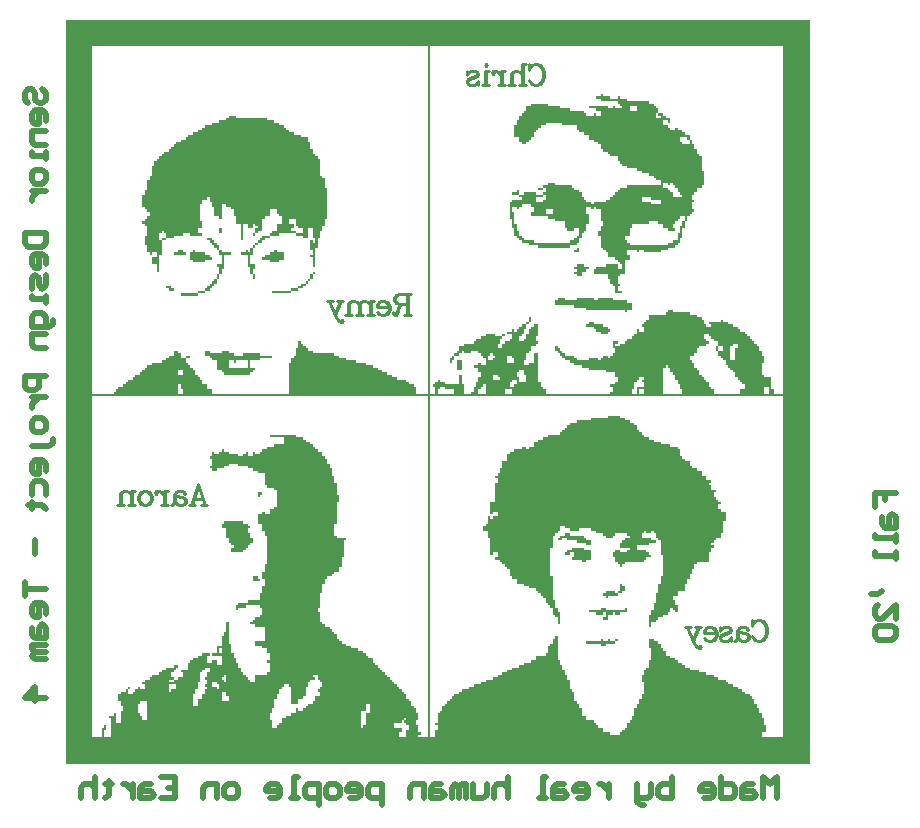
<source format=gbo>
G04*
G04 #@! TF.GenerationSoftware,Altium Limited,Altium Designer,20.1.14 (287)*
G04*
G04 Layer_Color=32896*
%FSLAX25Y25*%
%MOIN*%
G70*
G04*
G04 #@! TF.SameCoordinates,0D2ED980-A127-4EFE-AF8B-45E26DFE5CAE*
G04*
G04*
G04 #@! TF.FilePolarity,Positive*
G04*
G01*
G75*
%ADD11C,0.01000*%
%ADD16C,0.02000*%
G36*
X266400Y8900D02*
Y8100D01*
Y7300D01*
Y6500D01*
Y5700D01*
Y4900D01*
Y4100D01*
Y3300D01*
Y2500D01*
Y1700D01*
Y900D01*
Y100D01*
Y-700D01*
Y-1500D01*
Y-2300D01*
Y-3100D01*
Y-3900D01*
Y-4700D01*
Y-5500D01*
Y-6300D01*
Y-7100D01*
Y-7900D01*
Y-8700D01*
Y-9500D01*
Y-10300D01*
Y-11100D01*
Y-11900D01*
Y-12700D01*
Y-13500D01*
Y-14300D01*
Y-15100D01*
Y-15900D01*
Y-16700D01*
Y-17500D01*
Y-18300D01*
Y-19100D01*
Y-19900D01*
Y-20700D01*
Y-21500D01*
Y-22300D01*
Y-23100D01*
Y-23900D01*
Y-24700D01*
Y-25500D01*
Y-26300D01*
Y-27100D01*
Y-27900D01*
Y-28700D01*
Y-29500D01*
Y-30300D01*
Y-31100D01*
Y-31900D01*
Y-32700D01*
Y-33500D01*
Y-34300D01*
Y-35100D01*
Y-35900D01*
Y-36700D01*
Y-37500D01*
Y-38300D01*
Y-39100D01*
Y-39900D01*
Y-40700D01*
Y-41500D01*
Y-42300D01*
Y-43100D01*
Y-43900D01*
Y-44700D01*
Y-45500D01*
Y-46300D01*
Y-47100D01*
Y-47900D01*
Y-48700D01*
Y-49500D01*
Y-50300D01*
Y-51100D01*
Y-51900D01*
Y-52700D01*
Y-53500D01*
Y-54300D01*
Y-55100D01*
Y-55900D01*
Y-56700D01*
Y-57500D01*
Y-58300D01*
Y-59100D01*
Y-59900D01*
Y-60700D01*
Y-61500D01*
Y-62300D01*
Y-63100D01*
Y-63900D01*
Y-64700D01*
Y-65500D01*
Y-66300D01*
Y-67100D01*
Y-67900D01*
Y-68700D01*
Y-69500D01*
Y-70300D01*
Y-71100D01*
Y-71900D01*
Y-72700D01*
Y-73500D01*
Y-74300D01*
Y-75100D01*
Y-75900D01*
Y-76700D01*
Y-77500D01*
Y-78300D01*
Y-79100D01*
Y-79900D01*
Y-80700D01*
Y-81500D01*
Y-82300D01*
Y-83100D01*
Y-83900D01*
Y-84700D01*
Y-85500D01*
Y-86300D01*
Y-87100D01*
Y-87900D01*
Y-88700D01*
Y-89500D01*
Y-90300D01*
Y-91100D01*
Y-91900D01*
Y-92700D01*
Y-93500D01*
Y-94300D01*
Y-95100D01*
Y-95900D01*
Y-96700D01*
Y-97500D01*
Y-98300D01*
Y-99100D01*
Y-99900D01*
Y-100700D01*
Y-101500D01*
Y-102300D01*
Y-103100D01*
Y-103900D01*
Y-104700D01*
Y-105500D01*
Y-106300D01*
Y-107100D01*
Y-107900D01*
Y-108700D01*
Y-109500D01*
Y-110300D01*
Y-111100D01*
Y-111900D01*
Y-112700D01*
Y-113500D01*
Y-114300D01*
Y-115100D01*
Y-115900D01*
Y-116700D01*
Y-117500D01*
Y-118300D01*
Y-119100D01*
Y-119900D01*
Y-120700D01*
Y-121500D01*
Y-122300D01*
Y-123100D01*
Y-123900D01*
Y-124700D01*
Y-125500D01*
Y-126300D01*
Y-127100D01*
Y-127900D01*
Y-128700D01*
Y-129500D01*
Y-130300D01*
Y-131100D01*
Y-131900D01*
Y-132700D01*
Y-133500D01*
Y-134300D01*
Y-135100D01*
Y-135900D01*
Y-136700D01*
Y-137500D01*
Y-138300D01*
Y-139100D01*
Y-139900D01*
Y-140700D01*
Y-141500D01*
Y-142300D01*
Y-143100D01*
Y-143900D01*
Y-144700D01*
Y-145500D01*
Y-146300D01*
Y-147100D01*
Y-147900D01*
Y-148700D01*
Y-149500D01*
Y-150300D01*
Y-151100D01*
Y-151900D01*
Y-152700D01*
Y-153500D01*
Y-154300D01*
Y-155100D01*
Y-155900D01*
Y-156700D01*
Y-157500D01*
Y-158300D01*
Y-159100D01*
Y-159900D01*
Y-160700D01*
Y-161500D01*
Y-162300D01*
Y-163100D01*
Y-163900D01*
Y-164700D01*
Y-165500D01*
Y-166300D01*
Y-167100D01*
Y-167900D01*
Y-168700D01*
Y-169500D01*
Y-170300D01*
Y-171100D01*
Y-171900D01*
Y-172700D01*
Y-173500D01*
Y-174300D01*
Y-175100D01*
Y-175900D01*
Y-176700D01*
Y-177500D01*
Y-178300D01*
Y-179100D01*
Y-179900D01*
Y-180700D01*
Y-181500D01*
Y-182300D01*
Y-183100D01*
Y-183900D01*
Y-184700D01*
Y-185500D01*
Y-186300D01*
Y-187100D01*
Y-187900D01*
Y-188700D01*
Y-189500D01*
Y-190300D01*
Y-191100D01*
Y-191900D01*
Y-192700D01*
Y-193500D01*
Y-194300D01*
Y-195100D01*
Y-195900D01*
Y-196700D01*
Y-197500D01*
Y-198300D01*
Y-199100D01*
Y-199900D01*
Y-200700D01*
Y-201500D01*
Y-202300D01*
Y-203100D01*
Y-203900D01*
Y-204700D01*
Y-205500D01*
Y-206300D01*
Y-207100D01*
Y-207900D01*
Y-208700D01*
Y-209500D01*
Y-210300D01*
Y-211100D01*
Y-211900D01*
Y-212700D01*
Y-213500D01*
Y-214300D01*
Y-215100D01*
Y-215900D01*
Y-216700D01*
Y-217500D01*
Y-218300D01*
Y-219100D01*
Y-219900D01*
Y-220700D01*
Y-221500D01*
Y-222300D01*
Y-223100D01*
Y-223900D01*
Y-224700D01*
Y-225500D01*
Y-226300D01*
Y-227100D01*
Y-227900D01*
Y-228700D01*
Y-229500D01*
Y-230300D01*
Y-231100D01*
Y-231900D01*
Y-232700D01*
Y-233500D01*
Y-234300D01*
Y-235100D01*
Y-235900D01*
Y-236700D01*
Y-237500D01*
Y-238300D01*
X18400D01*
Y-237500D01*
Y-236700D01*
Y-235900D01*
Y-235100D01*
Y-234300D01*
Y-233500D01*
Y-232700D01*
Y-231900D01*
Y-231100D01*
Y-230300D01*
Y-229500D01*
Y-228700D01*
Y-227900D01*
Y-227100D01*
Y-226300D01*
Y-225500D01*
Y-224700D01*
Y-223900D01*
Y-223100D01*
Y-222300D01*
Y-221500D01*
Y-220700D01*
Y-219900D01*
Y-219100D01*
Y-218300D01*
Y-217500D01*
Y-216700D01*
Y-215900D01*
Y-215100D01*
Y-214300D01*
Y-213500D01*
Y-212700D01*
Y-211900D01*
Y-211100D01*
Y-210300D01*
Y-209500D01*
Y-208700D01*
Y-207900D01*
Y-207100D01*
Y-206300D01*
Y-205500D01*
Y-204700D01*
Y-203900D01*
Y-203100D01*
Y-202300D01*
Y-201500D01*
Y-200700D01*
Y-199900D01*
Y-199100D01*
Y-198300D01*
Y-197500D01*
Y-196700D01*
Y-195900D01*
Y-195100D01*
Y-194300D01*
Y-193500D01*
Y-192700D01*
Y-191900D01*
Y-191100D01*
Y-190300D01*
Y-189500D01*
Y-188700D01*
Y-187900D01*
Y-187100D01*
Y-186300D01*
Y-185500D01*
Y-184700D01*
Y-183900D01*
Y-183100D01*
Y-182300D01*
Y-181500D01*
Y-180700D01*
Y-179900D01*
Y-179100D01*
Y-178300D01*
Y-177500D01*
Y-176700D01*
Y-175900D01*
Y-175100D01*
Y-174300D01*
Y-173500D01*
Y-172700D01*
Y-171900D01*
Y-171100D01*
Y-170300D01*
Y-169500D01*
Y-168700D01*
Y-167900D01*
Y-167100D01*
Y-166300D01*
Y-165500D01*
Y-164700D01*
Y-163900D01*
Y-163100D01*
Y-162300D01*
Y-161500D01*
Y-160700D01*
Y-159900D01*
Y-159100D01*
Y-158300D01*
Y-157500D01*
Y-156700D01*
Y-155900D01*
Y-155100D01*
Y-154300D01*
Y-153500D01*
Y-152700D01*
Y-151900D01*
Y-151100D01*
Y-150300D01*
Y-149500D01*
Y-148700D01*
Y-147900D01*
Y-147100D01*
Y-146300D01*
Y-145500D01*
Y-144700D01*
Y-143900D01*
Y-143100D01*
Y-142300D01*
Y-141500D01*
Y-140700D01*
Y-139900D01*
Y-139100D01*
Y-138300D01*
Y-137500D01*
Y-136700D01*
Y-135900D01*
Y-135100D01*
Y-134300D01*
Y-133500D01*
Y-132700D01*
Y-131900D01*
Y-131100D01*
Y-130300D01*
Y-129500D01*
Y-128700D01*
Y-127900D01*
Y-127100D01*
Y-126300D01*
Y-125500D01*
Y-124700D01*
Y-123900D01*
Y-123100D01*
Y-122300D01*
Y-121500D01*
Y-120700D01*
Y-119900D01*
Y-119100D01*
Y-118300D01*
Y-117500D01*
Y-116700D01*
Y-115900D01*
Y-115100D01*
Y-114300D01*
Y-113500D01*
Y-112700D01*
Y-111900D01*
Y-111100D01*
Y-110300D01*
Y-109500D01*
Y-108700D01*
Y-107900D01*
Y-107100D01*
Y-106300D01*
Y-105500D01*
Y-104700D01*
Y-103900D01*
Y-103100D01*
Y-102300D01*
Y-101500D01*
Y-100700D01*
Y-99900D01*
Y-99100D01*
Y-98300D01*
Y-97500D01*
Y-96700D01*
Y-95900D01*
Y-95100D01*
Y-94300D01*
Y-93500D01*
Y-92700D01*
Y-91900D01*
Y-91100D01*
Y-90300D01*
Y-89500D01*
Y-88700D01*
Y-87900D01*
Y-87100D01*
Y-86300D01*
Y-85500D01*
Y-84700D01*
Y-83900D01*
Y-83100D01*
Y-82300D01*
Y-81500D01*
Y-80700D01*
Y-79900D01*
Y-79100D01*
Y-78300D01*
Y-77500D01*
Y-76700D01*
Y-75900D01*
Y-75100D01*
Y-74300D01*
Y-73500D01*
Y-72700D01*
Y-71900D01*
Y-71100D01*
Y-70300D01*
Y-69500D01*
Y-68700D01*
Y-67900D01*
Y-67100D01*
Y-66300D01*
Y-65500D01*
Y-64700D01*
Y-63900D01*
Y-63100D01*
Y-62300D01*
Y-61500D01*
Y-60700D01*
Y-59900D01*
Y-59100D01*
Y-58300D01*
Y-57500D01*
Y-56700D01*
Y-55900D01*
Y-55100D01*
Y-54300D01*
Y-53500D01*
Y-52700D01*
Y-51900D01*
Y-51100D01*
Y-50300D01*
Y-49500D01*
Y-48700D01*
Y-47900D01*
Y-47100D01*
Y-46300D01*
Y-45500D01*
Y-44700D01*
Y-43900D01*
Y-43100D01*
Y-42300D01*
Y-41500D01*
Y-40700D01*
Y-39900D01*
Y-39100D01*
Y-38300D01*
Y-37500D01*
Y-36700D01*
Y-35900D01*
Y-35100D01*
Y-34300D01*
Y-33500D01*
Y-32700D01*
Y-31900D01*
Y-31100D01*
Y-30300D01*
Y-29500D01*
Y-28700D01*
Y-27900D01*
Y-27100D01*
Y-26300D01*
Y-25500D01*
Y-24700D01*
Y-23900D01*
Y-23100D01*
Y-22300D01*
Y-21500D01*
Y-20700D01*
Y-19900D01*
Y-19100D01*
Y-18300D01*
Y-17500D01*
Y-16700D01*
Y-15900D01*
Y-15100D01*
Y-14300D01*
Y-13500D01*
Y-12700D01*
Y-11900D01*
Y-11100D01*
Y-10300D01*
Y-9500D01*
Y-8700D01*
Y-7900D01*
Y-7100D01*
Y-6300D01*
Y-5500D01*
Y-4700D01*
Y-3900D01*
Y-3100D01*
Y-2300D01*
Y-1500D01*
Y-700D01*
Y100D01*
Y900D01*
Y1700D01*
Y2500D01*
Y3300D01*
Y4100D01*
Y4900D01*
Y5700D01*
Y6500D01*
Y7300D01*
Y8100D01*
Y8900D01*
Y9700D01*
X266400D01*
Y8900D01*
D02*
G37*
%LPC*%
G36*
X232800Y-95100D02*
X231200D01*
Y-95900D01*
Y-96700D01*
X232000D01*
Y-97500D01*
X232800D01*
Y-98300D01*
X232000D01*
Y-99100D01*
X229600D01*
Y-99900D01*
X228800D01*
Y-100700D01*
Y-101500D01*
X228000D01*
Y-102300D01*
X226400D01*
Y-103100D01*
Y-103900D01*
X227200D01*
Y-104700D01*
X228000D01*
Y-105500D01*
Y-106300D01*
X228800D01*
Y-107100D01*
X229600D01*
Y-107900D01*
Y-108700D01*
X230400D01*
Y-109500D01*
X231200D01*
Y-110300D01*
X232000D01*
Y-111100D01*
X232800D01*
Y-111900D01*
Y-112700D01*
X233600D01*
Y-113500D01*
X234400D01*
Y-114300D01*
Y-115100D01*
X243200D01*
Y-114300D01*
Y-113500D01*
X244800D01*
Y-112700D01*
Y-111900D01*
X244000D01*
Y-111100D01*
X243200D01*
Y-110300D01*
X242400D01*
Y-109500D01*
X241600D01*
Y-108700D01*
Y-107900D01*
X240800D01*
Y-107100D01*
X240000D01*
Y-106300D01*
X239200D01*
Y-105500D01*
X238400D01*
Y-104700D01*
Y-103900D01*
X237600D01*
Y-103100D01*
X236800D01*
Y-102300D01*
X236000D01*
Y-101500D01*
Y-100700D01*
X235200D01*
Y-99900D01*
Y-99100D01*
X236000D01*
Y-99900D01*
Y-100700D01*
X237600D01*
Y-99900D01*
Y-99100D01*
X236000D01*
Y-98300D01*
Y-97500D01*
X234400D01*
Y-96700D01*
X233600D01*
Y-95900D01*
X232800D01*
Y-95100D01*
D02*
G37*
G36*
X242400Y-98300D02*
X240800D01*
Y-99100D01*
X240000D01*
Y-99900D01*
Y-100700D01*
Y-101500D01*
Y-102300D01*
Y-103100D01*
Y-103900D01*
X241600D01*
Y-103100D01*
Y-102300D01*
Y-101500D01*
Y-100700D01*
Y-99900D01*
X242400D01*
Y-99100D01*
Y-98300D01*
D02*
G37*
G36*
X160800Y-101500D02*
X160000D01*
Y-102300D01*
X159200D01*
Y-103100D01*
Y-103900D01*
X160800D01*
Y-103100D01*
X161600D01*
Y-102300D01*
X160800D01*
Y-101500D01*
D02*
G37*
G36*
X167200Y-102300D02*
X165600D01*
Y-103100D01*
Y-103900D01*
Y-104700D01*
X168000D01*
Y-103900D01*
Y-103100D01*
X167200D01*
Y-102300D01*
D02*
G37*
G36*
X57600Y-107100D02*
X56000D01*
Y-107900D01*
Y-108700D01*
X57600D01*
Y-107900D01*
Y-107100D01*
D02*
G37*
G36*
X162400Y-108700D02*
X160800D01*
Y-109500D01*
Y-110300D01*
X163200D01*
Y-109500D01*
X162400D01*
Y-108700D01*
D02*
G37*
G36*
X171200Y-107100D02*
X169600D01*
Y-107900D01*
X168800D01*
Y-108700D01*
Y-109500D01*
X169600D01*
Y-110300D01*
Y-111100D01*
X172000D01*
Y-110300D01*
Y-109500D01*
Y-108700D01*
X171200D01*
Y-107900D01*
Y-107100D01*
D02*
G37*
G36*
X168800Y-110300D02*
X167200D01*
Y-111100D01*
X166400D01*
Y-111900D01*
Y-112700D01*
X168000D01*
Y-111900D01*
X168800D01*
Y-111100D01*
Y-110300D01*
D02*
G37*
G36*
X257600Y900D02*
X140000D01*
Y100D01*
Y-700D01*
Y-1500D01*
Y-2300D01*
Y-3100D01*
Y-3900D01*
Y-4700D01*
Y-5500D01*
Y-6300D01*
Y-7100D01*
Y-7900D01*
Y-8700D01*
Y-9500D01*
Y-10300D01*
Y-11100D01*
Y-11900D01*
Y-12700D01*
Y-13500D01*
Y-14300D01*
Y-15100D01*
Y-15900D01*
Y-16700D01*
Y-17500D01*
Y-18300D01*
Y-19100D01*
Y-19900D01*
Y-20700D01*
Y-21500D01*
Y-22300D01*
Y-23100D01*
Y-23900D01*
Y-24700D01*
Y-25500D01*
Y-26300D01*
Y-27100D01*
Y-27900D01*
Y-28700D01*
Y-29500D01*
Y-30300D01*
Y-31100D01*
Y-31900D01*
Y-32700D01*
Y-33500D01*
Y-34300D01*
Y-35100D01*
Y-35900D01*
Y-36700D01*
Y-37500D01*
Y-38300D01*
Y-39100D01*
Y-39900D01*
Y-40700D01*
Y-41500D01*
Y-42300D01*
Y-43100D01*
Y-43900D01*
Y-44700D01*
Y-45500D01*
Y-46300D01*
Y-47100D01*
Y-47900D01*
Y-48700D01*
Y-49500D01*
Y-50300D01*
Y-51100D01*
Y-51900D01*
Y-52700D01*
Y-53500D01*
Y-54300D01*
Y-55100D01*
Y-55900D01*
Y-56700D01*
Y-57500D01*
Y-58300D01*
Y-59100D01*
Y-59900D01*
Y-60700D01*
Y-61500D01*
Y-62300D01*
Y-63100D01*
Y-63900D01*
Y-64700D01*
Y-65500D01*
Y-66300D01*
Y-67100D01*
Y-67900D01*
Y-68700D01*
Y-69500D01*
Y-70300D01*
Y-71100D01*
Y-71900D01*
Y-72700D01*
Y-73500D01*
Y-74300D01*
Y-75100D01*
Y-75900D01*
Y-76700D01*
Y-77500D01*
Y-78300D01*
Y-79100D01*
Y-79900D01*
Y-80700D01*
Y-81500D01*
Y-82300D01*
Y-83100D01*
Y-83900D01*
Y-84700D01*
Y-85500D01*
Y-86300D01*
Y-87100D01*
Y-87900D01*
Y-88700D01*
Y-89500D01*
Y-90300D01*
Y-91100D01*
Y-91900D01*
Y-92700D01*
Y-93500D01*
Y-94300D01*
Y-95100D01*
Y-95900D01*
Y-96700D01*
Y-97500D01*
Y-98300D01*
Y-99100D01*
Y-99900D01*
Y-100700D01*
Y-101500D01*
Y-102300D01*
Y-103100D01*
Y-103900D01*
Y-104700D01*
Y-105500D01*
Y-106300D01*
Y-107100D01*
Y-107900D01*
Y-108700D01*
Y-109500D01*
Y-110300D01*
Y-111100D01*
Y-111900D01*
Y-112700D01*
Y-113500D01*
Y-114300D01*
Y-115100D01*
X141600D01*
Y-114300D01*
Y-113500D01*
Y-112700D01*
X140800D01*
Y-111900D01*
X141600D01*
Y-111100D01*
X142400D01*
Y-110300D01*
X143200D01*
Y-111100D01*
X144800D01*
Y-111900D01*
X149600D01*
Y-111100D01*
Y-110300D01*
Y-109500D01*
Y-108700D01*
X150400D01*
Y-109500D01*
Y-110300D01*
Y-111100D01*
Y-111900D01*
X151200D01*
Y-112700D01*
Y-113500D01*
Y-114300D01*
Y-115100D01*
X153600D01*
Y-114300D01*
X154400D01*
Y-113500D01*
Y-112700D01*
X155200D01*
Y-111900D01*
Y-111100D01*
X156000D01*
Y-110300D01*
Y-109500D01*
X156800D01*
Y-108700D01*
Y-107900D01*
X156000D01*
Y-107100D01*
Y-106300D01*
X154400D01*
Y-105500D01*
X156000D01*
Y-104700D01*
X156800D01*
Y-105500D01*
X158400D01*
Y-104700D01*
Y-103900D01*
Y-103100D01*
X157600D01*
Y-102300D01*
X156800D01*
Y-101500D01*
X156000D01*
Y-100700D01*
X153600D01*
Y-101500D01*
X151200D01*
Y-100700D01*
X150400D01*
Y-101500D01*
X149600D01*
Y-102300D01*
X148000D01*
Y-101500D01*
X148800D01*
Y-100700D01*
X149600D01*
Y-99900D01*
Y-99100D01*
X151200D01*
Y-98300D01*
X154400D01*
Y-97500D01*
X155200D01*
Y-96700D01*
X156800D01*
Y-95900D01*
X158400D01*
Y-95100D01*
X161600D01*
Y-95900D01*
X164000D01*
Y-96700D01*
X163200D01*
Y-97500D01*
Y-98300D01*
X162400D01*
Y-99100D01*
Y-99900D01*
X164000D01*
Y-99100D01*
Y-98300D01*
X164800D01*
Y-97500D01*
X166400D01*
Y-96700D01*
X167200D01*
Y-95900D01*
Y-95100D01*
X165600D01*
Y-94300D01*
X167200D01*
Y-93500D01*
X168000D01*
Y-94300D01*
X168800D01*
Y-93500D01*
X169600D01*
Y-92700D01*
X170400D01*
Y-91900D01*
X172000D01*
Y-92700D01*
Y-93500D01*
X171200D01*
Y-94300D01*
Y-95100D01*
X170400D01*
Y-95900D01*
X169600D01*
Y-96700D01*
Y-97500D01*
X171200D01*
Y-96700D01*
X172000D01*
Y-95900D01*
Y-95100D01*
X172800D01*
Y-94300D01*
Y-93500D01*
X173600D01*
Y-92700D01*
X174400D01*
Y-91900D01*
X176000D01*
Y-92700D01*
Y-93500D01*
Y-94300D01*
Y-95100D01*
Y-95900D01*
X175200D01*
Y-96700D01*
Y-97500D01*
X176000D01*
Y-98300D01*
X175200D01*
Y-99100D01*
X173600D01*
Y-99900D01*
Y-100700D01*
X172800D01*
Y-101500D01*
X172000D01*
Y-102300D01*
Y-103100D01*
Y-103900D01*
X171200D01*
Y-104700D01*
Y-105500D01*
X172800D01*
Y-104700D01*
X174400D01*
Y-103900D01*
Y-103100D01*
Y-102300D01*
Y-101500D01*
X176000D01*
Y-102300D01*
Y-103100D01*
Y-103900D01*
Y-104700D01*
Y-105500D01*
Y-106300D01*
Y-107100D01*
Y-107900D01*
Y-108700D01*
Y-109500D01*
Y-110300D01*
Y-111100D01*
X176800D01*
Y-111900D01*
Y-112700D01*
X177600D01*
Y-113500D01*
X178400D01*
Y-114300D01*
Y-115100D01*
X200000D01*
Y-114300D01*
X200800D01*
Y-113500D01*
Y-112700D01*
X200000D01*
Y-111900D01*
X201600D01*
Y-111100D01*
X202400D01*
Y-110300D01*
Y-109500D01*
X201600D01*
Y-108700D01*
Y-107900D01*
X198400D01*
Y-107100D01*
X192800D01*
Y-106300D01*
X190400D01*
Y-105500D01*
X188000D01*
Y-104700D01*
X186400D01*
Y-103900D01*
X184800D01*
Y-103100D01*
X184000D01*
Y-102300D01*
X183200D01*
Y-101500D01*
X182400D01*
Y-100700D01*
X181600D01*
Y-99900D01*
Y-99100D01*
X182400D01*
Y-99900D01*
X183200D01*
Y-100700D01*
X184000D01*
Y-101500D01*
X184800D01*
Y-102300D01*
X188000D01*
Y-103100D01*
X188800D01*
Y-103900D01*
X192800D01*
Y-103100D01*
X196000D01*
Y-103900D01*
X196800D01*
Y-103100D01*
X197600D01*
Y-102300D01*
X199200D01*
Y-103100D01*
X200000D01*
Y-102300D01*
X200800D01*
Y-101500D01*
X201600D01*
Y-100700D01*
Y-99900D01*
X200800D01*
Y-99100D01*
Y-98300D01*
Y-97500D01*
X202400D01*
Y-98300D01*
X201600D01*
Y-99100D01*
X203200D01*
Y-98300D01*
X204800D01*
Y-97500D01*
X205600D01*
Y-96700D01*
X207200D01*
Y-95900D01*
X208000D01*
Y-95100D01*
X208800D01*
Y-94300D01*
Y-93500D01*
X209600D01*
Y-94300D01*
X211200D01*
Y-93500D01*
Y-92700D01*
X210400D01*
Y-91900D01*
X211200D01*
Y-91100D01*
X212000D01*
Y-90300D01*
X212800D01*
Y-89500D01*
Y-88700D01*
X218400D01*
Y-87900D01*
X219200D01*
Y-87100D01*
X220800D01*
Y-87900D01*
X226400D01*
Y-88700D01*
X228800D01*
Y-89500D01*
X230400D01*
Y-90300D01*
X231200D01*
Y-91100D01*
Y-91900D01*
X232000D01*
Y-92700D01*
X233600D01*
Y-91900D01*
X232800D01*
Y-91100D01*
X236800D01*
Y-90300D01*
X237600D01*
Y-91100D01*
X239200D01*
Y-91900D01*
X240800D01*
Y-92700D01*
X242400D01*
Y-93500D01*
X243200D01*
Y-94300D01*
X244800D01*
Y-95100D01*
X245600D01*
Y-95900D01*
X246400D01*
Y-96700D01*
X247200D01*
Y-97500D01*
X248000D01*
Y-98300D01*
X248800D01*
Y-99100D01*
X249600D01*
Y-99900D01*
Y-100700D01*
X250400D01*
Y-101500D01*
Y-102300D01*
X251200D01*
Y-103100D01*
Y-103900D01*
Y-104700D01*
X250400D01*
Y-105500D01*
Y-106300D01*
Y-107100D01*
Y-107900D01*
Y-108700D01*
X251200D01*
Y-109500D01*
X253600D01*
Y-110300D01*
Y-111100D01*
Y-111900D01*
Y-112700D01*
Y-113500D01*
X254400D01*
Y-114300D01*
Y-115100D01*
X257600D01*
Y-114300D01*
Y-113500D01*
Y-112700D01*
Y-111900D01*
Y-111100D01*
Y-110300D01*
Y-109500D01*
Y-108700D01*
Y-107900D01*
Y-107100D01*
Y-106300D01*
Y-105500D01*
Y-104700D01*
Y-103900D01*
Y-103100D01*
Y-102300D01*
Y-101500D01*
Y-100700D01*
Y-99900D01*
Y-99100D01*
Y-98300D01*
Y-97500D01*
Y-96700D01*
Y-95900D01*
Y-95100D01*
Y-94300D01*
Y-93500D01*
Y-92700D01*
Y-91900D01*
Y-91100D01*
Y-90300D01*
Y-89500D01*
Y-88700D01*
Y-87900D01*
Y-87100D01*
Y-86300D01*
Y-85500D01*
Y-84700D01*
Y-83900D01*
Y-83100D01*
Y-82300D01*
Y-81500D01*
Y-80700D01*
Y-79900D01*
Y-79100D01*
Y-78300D01*
Y-77500D01*
Y-76700D01*
Y-75900D01*
Y-75100D01*
Y-74300D01*
Y-73500D01*
Y-72700D01*
Y-71900D01*
Y-71100D01*
Y-70300D01*
Y-69500D01*
Y-68700D01*
Y-67900D01*
Y-67100D01*
Y-66300D01*
Y-65500D01*
Y-64700D01*
Y-63900D01*
Y-63100D01*
Y-62300D01*
Y-61500D01*
Y-60700D01*
Y-59900D01*
Y-59100D01*
Y-58300D01*
Y-57500D01*
Y-56700D01*
Y-55900D01*
Y-55100D01*
Y-54300D01*
Y-53500D01*
Y-52700D01*
Y-51900D01*
Y-51100D01*
Y-50300D01*
Y-49500D01*
Y-48700D01*
Y-47900D01*
Y-47100D01*
Y-46300D01*
Y-45500D01*
Y-44700D01*
Y-43900D01*
Y-43100D01*
Y-42300D01*
Y-41500D01*
Y-40700D01*
Y-39900D01*
Y-39100D01*
Y-38300D01*
Y-37500D01*
Y-36700D01*
Y-35900D01*
Y-35100D01*
Y-34300D01*
Y-33500D01*
Y-32700D01*
Y-31900D01*
Y-31100D01*
Y-30300D01*
Y-29500D01*
Y-28700D01*
Y-27900D01*
Y-27100D01*
Y-26300D01*
Y-25500D01*
Y-24700D01*
Y-23900D01*
Y-23100D01*
Y-22300D01*
Y-21500D01*
Y-20700D01*
Y-19900D01*
Y-19100D01*
Y-18300D01*
Y-17500D01*
Y-16700D01*
Y-15900D01*
Y-15100D01*
Y-14300D01*
Y-13500D01*
Y-12700D01*
Y-11900D01*
Y-11100D01*
Y-10300D01*
Y-9500D01*
Y-8700D01*
Y-7900D01*
Y-7100D01*
Y-6300D01*
Y-5500D01*
Y-4700D01*
Y-3900D01*
Y-3100D01*
Y-2300D01*
Y-1500D01*
Y-700D01*
Y100D01*
Y900D01*
D02*
G37*
G36*
X252800Y-112700D02*
X251200D01*
Y-113500D01*
Y-114300D01*
Y-115100D01*
X252800D01*
Y-114300D01*
Y-113500D01*
Y-112700D01*
D02*
G37*
G36*
X219200Y-105500D02*
X218400D01*
Y-106300D01*
X217600D01*
Y-107100D01*
Y-107900D01*
Y-108700D01*
Y-109500D01*
Y-110300D01*
Y-111100D01*
Y-111900D01*
Y-112700D01*
Y-113500D01*
Y-114300D01*
Y-115100D01*
X224000D01*
Y-114300D01*
Y-113500D01*
X223200D01*
Y-112700D01*
Y-111900D01*
X222400D01*
Y-111100D01*
Y-110300D01*
X221600D01*
Y-109500D01*
Y-108700D01*
X220800D01*
Y-107900D01*
X220000D01*
Y-107100D01*
Y-106300D01*
X219200D01*
Y-105500D01*
D02*
G37*
G36*
X211200Y-113500D02*
X209600D01*
Y-114300D01*
Y-115100D01*
X211200D01*
Y-114300D01*
Y-113500D01*
D02*
G37*
G36*
Y-109500D02*
X209600D01*
Y-110300D01*
X208800D01*
Y-111100D01*
X208000D01*
Y-111900D01*
Y-112700D01*
Y-113500D01*
X207200D01*
Y-114300D01*
Y-115100D01*
X208800D01*
Y-114300D01*
Y-113500D01*
Y-112700D01*
X211200D01*
Y-111900D01*
Y-111100D01*
X210400D01*
Y-110300D01*
X211200D01*
Y-109500D01*
D02*
G37*
G36*
X167200Y-113500D02*
X164800D01*
Y-114300D01*
Y-115100D01*
X167200D01*
Y-114300D01*
Y-113500D01*
D02*
G37*
G36*
X158400Y-111900D02*
X157600D01*
Y-112700D01*
X156800D01*
Y-113500D01*
X156000D01*
Y-114300D01*
Y-115100D01*
X158400D01*
Y-114300D01*
Y-113500D01*
Y-112700D01*
Y-111900D01*
D02*
G37*
G36*
X144800Y-112700D02*
X143200D01*
Y-113500D01*
X142400D01*
Y-114300D01*
Y-115100D01*
X148000D01*
Y-114300D01*
Y-113500D01*
X144800D01*
Y-112700D01*
D02*
G37*
G36*
X139200Y900D02*
X27200D01*
Y100D01*
Y-700D01*
Y-1500D01*
Y-2300D01*
Y-3100D01*
Y-3900D01*
Y-4700D01*
Y-5500D01*
Y-6300D01*
Y-7100D01*
Y-7900D01*
Y-8700D01*
Y-9500D01*
Y-10300D01*
Y-11100D01*
Y-11900D01*
Y-12700D01*
Y-13500D01*
Y-14300D01*
Y-15100D01*
Y-15900D01*
Y-16700D01*
Y-17500D01*
Y-18300D01*
Y-19100D01*
Y-19900D01*
Y-20700D01*
Y-21500D01*
Y-22300D01*
Y-23100D01*
Y-23900D01*
Y-24700D01*
Y-25500D01*
Y-26300D01*
Y-27100D01*
Y-27900D01*
Y-28700D01*
Y-29500D01*
Y-30300D01*
Y-31100D01*
Y-31900D01*
Y-32700D01*
Y-33500D01*
Y-34300D01*
Y-35100D01*
Y-35900D01*
Y-36700D01*
Y-37500D01*
Y-38300D01*
Y-39100D01*
Y-39900D01*
Y-40700D01*
Y-41500D01*
Y-42300D01*
Y-43100D01*
Y-43900D01*
Y-44700D01*
Y-45500D01*
Y-46300D01*
Y-47100D01*
Y-47900D01*
Y-48700D01*
Y-49500D01*
Y-50300D01*
Y-51100D01*
Y-51900D01*
Y-52700D01*
Y-53500D01*
Y-54300D01*
Y-55100D01*
Y-55900D01*
Y-56700D01*
Y-57500D01*
Y-58300D01*
Y-59100D01*
Y-59900D01*
Y-60700D01*
Y-61500D01*
Y-62300D01*
Y-63100D01*
Y-63900D01*
Y-64700D01*
Y-65500D01*
Y-66300D01*
Y-67100D01*
Y-67900D01*
Y-68700D01*
Y-69500D01*
Y-70300D01*
Y-71100D01*
Y-71900D01*
Y-72700D01*
Y-73500D01*
Y-74300D01*
Y-75100D01*
Y-75900D01*
Y-76700D01*
Y-77500D01*
Y-78300D01*
Y-79100D01*
Y-79900D01*
Y-80700D01*
Y-81500D01*
Y-82300D01*
Y-83100D01*
Y-83900D01*
Y-84700D01*
Y-85500D01*
Y-86300D01*
Y-87100D01*
Y-87900D01*
Y-88700D01*
Y-89500D01*
Y-90300D01*
Y-91100D01*
Y-91900D01*
Y-92700D01*
Y-93500D01*
Y-94300D01*
Y-95100D01*
Y-95900D01*
Y-96700D01*
Y-97500D01*
Y-98300D01*
Y-99100D01*
Y-99900D01*
Y-100700D01*
Y-101500D01*
Y-102300D01*
Y-103100D01*
Y-103900D01*
Y-104700D01*
Y-105500D01*
Y-106300D01*
Y-107100D01*
Y-107900D01*
Y-108700D01*
Y-109500D01*
Y-110300D01*
Y-111100D01*
Y-111900D01*
Y-112700D01*
Y-113500D01*
Y-114300D01*
Y-115100D01*
X34400D01*
Y-114300D01*
X35200D01*
Y-113500D01*
X36000D01*
Y-112700D01*
X37600D01*
Y-111900D01*
X38400D01*
Y-111100D01*
X39200D01*
Y-110300D01*
X40800D01*
Y-109500D01*
X41600D01*
Y-108700D01*
X43200D01*
Y-107900D01*
X44000D01*
Y-107100D01*
X44800D01*
Y-106300D01*
X45600D01*
Y-105500D01*
X47200D01*
Y-104700D01*
X50400D01*
Y-103900D01*
X52000D01*
Y-103100D01*
X52800D01*
Y-102300D01*
X54400D01*
Y-101500D01*
Y-100700D01*
X56000D01*
Y-101500D01*
X56800D01*
Y-102300D01*
Y-103100D01*
X58400D01*
Y-103900D01*
Y-104700D01*
X59200D01*
Y-105500D01*
X60000D01*
Y-106300D01*
X60800D01*
Y-107100D01*
X61600D01*
Y-107900D01*
Y-108700D01*
X62400D01*
Y-109500D01*
X63200D01*
Y-110300D01*
X64000D01*
Y-111100D01*
Y-111900D01*
X65600D01*
Y-112700D01*
Y-113500D01*
X67200D01*
Y-114300D01*
Y-115100D01*
X92800D01*
Y-114300D01*
Y-113500D01*
Y-112700D01*
Y-111900D01*
Y-111100D01*
Y-110300D01*
Y-109500D01*
Y-108700D01*
Y-107900D01*
Y-107100D01*
Y-106300D01*
Y-105500D01*
Y-104700D01*
X93600D01*
Y-103900D01*
Y-103100D01*
X94400D01*
Y-102300D01*
X95200D01*
Y-101500D01*
Y-100700D01*
Y-99900D01*
X96000D01*
Y-99100D01*
Y-98300D01*
Y-97500D01*
X96800D01*
Y-98300D01*
X97600D01*
Y-99100D01*
X98400D01*
Y-99900D01*
X99200D01*
Y-100700D01*
X100800D01*
Y-101500D01*
X108000D01*
Y-102300D01*
X109600D01*
Y-103100D01*
X112000D01*
Y-103900D01*
X115200D01*
Y-104700D01*
X118400D01*
Y-105500D01*
X120800D01*
Y-106300D01*
X122400D01*
Y-107100D01*
X124000D01*
Y-107900D01*
X125600D01*
Y-108700D01*
X127200D01*
Y-109500D01*
X128800D01*
Y-110300D01*
X132000D01*
Y-111100D01*
X132800D01*
Y-111900D01*
X134400D01*
Y-112700D01*
X135200D01*
Y-113500D01*
Y-114300D01*
Y-115100D01*
X139200D01*
Y-114300D01*
Y-113500D01*
Y-112700D01*
Y-111900D01*
Y-111100D01*
Y-110300D01*
Y-109500D01*
Y-108700D01*
Y-107900D01*
Y-107100D01*
Y-106300D01*
Y-105500D01*
Y-104700D01*
Y-103900D01*
Y-103100D01*
Y-102300D01*
Y-101500D01*
Y-100700D01*
Y-99900D01*
Y-99100D01*
Y-98300D01*
Y-97500D01*
Y-96700D01*
Y-95900D01*
Y-95100D01*
Y-94300D01*
Y-93500D01*
Y-92700D01*
Y-91900D01*
Y-91100D01*
Y-90300D01*
Y-89500D01*
Y-88700D01*
Y-87900D01*
Y-87100D01*
Y-86300D01*
Y-85500D01*
Y-84700D01*
Y-83900D01*
Y-83100D01*
Y-82300D01*
Y-81500D01*
Y-80700D01*
Y-79900D01*
Y-79100D01*
Y-78300D01*
Y-77500D01*
Y-76700D01*
Y-75900D01*
Y-75100D01*
Y-74300D01*
Y-73500D01*
Y-72700D01*
Y-71900D01*
Y-71100D01*
Y-70300D01*
Y-69500D01*
Y-68700D01*
Y-67900D01*
Y-67100D01*
Y-66300D01*
Y-65500D01*
Y-64700D01*
Y-63900D01*
Y-63100D01*
Y-62300D01*
Y-61500D01*
Y-60700D01*
Y-59900D01*
Y-59100D01*
Y-58300D01*
Y-57500D01*
Y-56700D01*
Y-55900D01*
Y-55100D01*
Y-54300D01*
Y-53500D01*
Y-52700D01*
Y-51900D01*
Y-51100D01*
Y-50300D01*
Y-49500D01*
Y-48700D01*
Y-47900D01*
Y-47100D01*
Y-46300D01*
Y-45500D01*
Y-44700D01*
Y-43900D01*
Y-43100D01*
Y-42300D01*
Y-41500D01*
Y-40700D01*
Y-39900D01*
Y-39100D01*
Y-38300D01*
Y-37500D01*
Y-36700D01*
Y-35900D01*
Y-35100D01*
Y-34300D01*
Y-33500D01*
Y-32700D01*
Y-31900D01*
Y-31100D01*
Y-30300D01*
Y-29500D01*
Y-28700D01*
Y-27900D01*
Y-27100D01*
Y-26300D01*
Y-25500D01*
Y-24700D01*
Y-23900D01*
Y-23100D01*
Y-22300D01*
Y-21500D01*
Y-20700D01*
Y-19900D01*
Y-19100D01*
Y-18300D01*
Y-17500D01*
Y-16700D01*
Y-15900D01*
Y-15100D01*
Y-14300D01*
Y-13500D01*
Y-12700D01*
Y-11900D01*
Y-11100D01*
Y-10300D01*
Y-9500D01*
Y-8700D01*
Y-7900D01*
Y-7100D01*
Y-6300D01*
Y-5500D01*
Y-4700D01*
Y-3900D01*
Y-3100D01*
Y-2300D01*
Y-1500D01*
Y-700D01*
Y100D01*
Y900D01*
D02*
G37*
G36*
X56800Y-111900D02*
X56000D01*
Y-112700D01*
Y-113500D01*
Y-114300D01*
Y-115100D01*
X57600D01*
Y-114300D01*
Y-113500D01*
X56800D01*
Y-112700D01*
Y-111900D01*
D02*
G37*
G36*
X70400Y-199900D02*
X69600D01*
Y-200700D01*
Y-201500D01*
X70400D01*
Y-200700D01*
Y-199900D01*
D02*
G37*
G36*
X72000Y-208700D02*
X71200D01*
Y-209500D01*
X70400D01*
Y-210300D01*
X71200D01*
Y-211100D01*
X72000D01*
Y-210300D01*
Y-209500D01*
Y-208700D01*
D02*
G37*
G36*
X54400Y-210300D02*
X52800D01*
Y-211100D01*
X54400D01*
Y-210300D01*
D02*
G37*
G36*
X68800Y-211100D02*
X67200D01*
Y-211900D01*
Y-212700D01*
X68800D01*
Y-213500D01*
X69600D01*
Y-212700D01*
Y-211900D01*
X68800D01*
Y-211100D01*
D02*
G37*
G36*
X55200Y-211900D02*
X52800D01*
Y-212700D01*
Y-213500D01*
Y-214300D01*
X53600D01*
Y-213500D01*
X55200D01*
Y-212700D01*
Y-211900D01*
D02*
G37*
G36*
X72000Y-214300D02*
X70400D01*
Y-215100D01*
Y-215900D01*
Y-216700D01*
Y-217500D01*
X72800D01*
Y-216700D01*
Y-215900D01*
X72000D01*
Y-215100D01*
Y-214300D01*
D02*
G37*
G36*
X102400Y-208700D02*
X100800D01*
Y-209500D01*
X101600D01*
Y-210300D01*
X100000D01*
Y-211100D01*
X99200D01*
Y-211900D01*
Y-212700D01*
X98400D01*
Y-213500D01*
Y-214300D01*
Y-215100D01*
Y-215900D01*
X97600D01*
Y-216700D01*
X96000D01*
Y-217500D01*
Y-218300D01*
X93600D01*
Y-217500D01*
Y-216700D01*
Y-215900D01*
Y-215100D01*
Y-214300D01*
Y-213500D01*
Y-212700D01*
X92800D01*
Y-211900D01*
X91200D01*
Y-212700D01*
X90400D01*
Y-213500D01*
X89600D01*
Y-214300D01*
Y-215100D01*
X88800D01*
Y-215900D01*
Y-216700D01*
X88000D01*
Y-217500D01*
Y-218300D01*
Y-219100D01*
Y-219900D01*
X87200D01*
Y-220700D01*
Y-221500D01*
X86400D01*
Y-222300D01*
Y-223100D01*
Y-223900D01*
X87200D01*
Y-224700D01*
Y-225500D01*
Y-226300D01*
X88800D01*
Y-225500D01*
X89600D01*
Y-224700D01*
X90400D01*
Y-223900D01*
Y-223100D01*
X92000D01*
Y-222300D01*
X93600D01*
Y-221500D01*
X95200D01*
Y-220700D01*
Y-219900D01*
X96000D01*
Y-220700D01*
X97600D01*
Y-219900D01*
X98400D01*
Y-219100D01*
X99200D01*
Y-218300D01*
X100800D01*
Y-217500D01*
X101600D01*
Y-216700D01*
Y-215900D01*
X103200D01*
Y-215100D01*
Y-214300D01*
X102400D01*
Y-213500D01*
X103200D01*
Y-212700D01*
X104000D01*
Y-211900D01*
Y-211100D01*
X103200D01*
Y-210300D01*
X102400D01*
Y-209500D01*
Y-208700D01*
D02*
G37*
G36*
X66400Y-206300D02*
X64800D01*
Y-207100D01*
X64000D01*
Y-207900D01*
X63200D01*
Y-208700D01*
Y-209500D01*
Y-210300D01*
Y-211100D01*
X62400D01*
Y-211900D01*
Y-212700D01*
Y-213500D01*
X61600D01*
Y-214300D01*
Y-215100D01*
X60800D01*
Y-215900D01*
Y-216700D01*
Y-217500D01*
Y-218300D01*
Y-219100D01*
X62400D01*
Y-218300D01*
Y-217500D01*
Y-216700D01*
X64000D01*
Y-215900D01*
Y-215100D01*
X64800D01*
Y-214300D01*
Y-213500D01*
X65600D01*
Y-212700D01*
X64800D01*
Y-211900D01*
X65600D01*
Y-211100D01*
Y-210300D01*
X64800D01*
Y-209500D01*
X65600D01*
Y-208700D01*
Y-207900D01*
X66400D01*
Y-207100D01*
Y-206300D01*
D02*
G37*
G36*
X132000Y-223100D02*
X131200D01*
Y-223900D01*
X132000D01*
Y-223100D01*
D02*
G37*
G36*
X45600Y-217500D02*
X43200D01*
Y-218300D01*
X42400D01*
Y-219100D01*
Y-219900D01*
Y-220700D01*
Y-221500D01*
X43200D01*
Y-222300D01*
X44000D01*
Y-223100D01*
Y-223900D01*
X45600D01*
Y-223100D01*
Y-222300D01*
Y-221500D01*
Y-220700D01*
Y-219900D01*
Y-219100D01*
Y-218300D01*
Y-217500D01*
D02*
G37*
G36*
X120000Y-218300D02*
X118400D01*
Y-219100D01*
Y-219900D01*
Y-220700D01*
X116800D01*
Y-221500D01*
Y-222300D01*
Y-223100D01*
Y-223900D01*
Y-224700D01*
Y-225500D01*
Y-226300D01*
X117600D01*
Y-225500D01*
X118400D01*
Y-224700D01*
Y-223900D01*
Y-223100D01*
Y-222300D01*
Y-221500D01*
X120000D01*
Y-220700D01*
Y-219900D01*
Y-219100D01*
Y-218300D01*
D02*
G37*
G36*
X257600Y-115900D02*
X140000D01*
Y-116700D01*
Y-117500D01*
Y-118300D01*
Y-119100D01*
Y-119900D01*
Y-120700D01*
Y-121500D01*
Y-122300D01*
Y-123100D01*
Y-123900D01*
Y-124700D01*
Y-125500D01*
Y-126300D01*
Y-127100D01*
Y-127900D01*
Y-128700D01*
Y-129500D01*
Y-130300D01*
Y-131100D01*
Y-131900D01*
Y-132700D01*
Y-133500D01*
Y-134300D01*
Y-135100D01*
Y-135900D01*
Y-136700D01*
Y-137500D01*
Y-138300D01*
Y-139100D01*
Y-139900D01*
Y-140700D01*
Y-141500D01*
Y-142300D01*
Y-143100D01*
Y-143900D01*
Y-144700D01*
Y-145500D01*
Y-146300D01*
Y-147100D01*
Y-147900D01*
Y-148700D01*
Y-149500D01*
Y-150300D01*
Y-151100D01*
Y-151900D01*
Y-152700D01*
Y-153500D01*
Y-154300D01*
Y-155100D01*
Y-155900D01*
Y-156700D01*
Y-157500D01*
Y-158300D01*
Y-159100D01*
Y-159900D01*
Y-160700D01*
Y-161500D01*
Y-162300D01*
Y-163100D01*
Y-163900D01*
Y-164700D01*
Y-165500D01*
Y-166300D01*
Y-167100D01*
Y-167900D01*
Y-168700D01*
Y-169500D01*
Y-170300D01*
Y-171100D01*
Y-171900D01*
Y-172700D01*
Y-173500D01*
Y-174300D01*
Y-175100D01*
Y-175900D01*
Y-176700D01*
Y-177500D01*
Y-178300D01*
Y-179100D01*
Y-179900D01*
Y-180700D01*
Y-181500D01*
Y-182300D01*
Y-183100D01*
Y-183900D01*
Y-184700D01*
Y-185500D01*
Y-186300D01*
Y-187100D01*
Y-187900D01*
Y-188700D01*
Y-189500D01*
Y-190300D01*
Y-191100D01*
Y-191900D01*
Y-192700D01*
Y-193500D01*
Y-194300D01*
Y-195100D01*
Y-195900D01*
Y-196700D01*
Y-197500D01*
Y-198300D01*
Y-199100D01*
Y-199900D01*
Y-200700D01*
Y-201500D01*
Y-202300D01*
Y-203100D01*
Y-203900D01*
Y-204700D01*
Y-205500D01*
Y-206300D01*
Y-207100D01*
Y-207900D01*
Y-208700D01*
Y-209500D01*
Y-210300D01*
Y-211100D01*
Y-211900D01*
Y-212700D01*
Y-213500D01*
Y-214300D01*
Y-215100D01*
Y-215900D01*
Y-216700D01*
Y-217500D01*
Y-218300D01*
Y-219100D01*
Y-219900D01*
Y-220700D01*
Y-221500D01*
Y-222300D01*
Y-223100D01*
Y-223900D01*
Y-224700D01*
Y-225500D01*
Y-226300D01*
Y-227100D01*
Y-227900D01*
Y-228700D01*
Y-229500D01*
X141600D01*
Y-228700D01*
Y-227900D01*
Y-227100D01*
X142400D01*
Y-226300D01*
Y-225500D01*
X141600D01*
Y-224700D01*
X142400D01*
Y-223900D01*
Y-223100D01*
Y-222300D01*
Y-221500D01*
X143200D01*
Y-220700D01*
X144000D01*
Y-219900D01*
Y-219100D01*
X144800D01*
Y-218300D01*
X145600D01*
Y-217500D01*
X146400D01*
Y-216700D01*
X147200D01*
Y-215900D01*
X148000D01*
Y-215100D01*
X149600D01*
Y-214300D01*
X150400D01*
Y-213500D01*
X152800D01*
Y-212700D01*
X154400D01*
Y-211900D01*
X156800D01*
Y-211100D01*
X158400D01*
Y-210300D01*
X160800D01*
Y-209500D01*
X162400D01*
Y-208700D01*
X164000D01*
Y-207900D01*
X165600D01*
Y-207100D01*
X167200D01*
Y-206300D01*
X169600D01*
Y-205500D01*
X171200D01*
Y-204700D01*
X173600D01*
Y-203900D01*
X175200D01*
Y-203100D01*
Y-202300D01*
X178400D01*
Y-201500D01*
X179200D01*
Y-200700D01*
Y-199900D01*
Y-199100D01*
X180000D01*
Y-198300D01*
X180800D01*
Y-197500D01*
Y-196700D01*
X181600D01*
Y-195900D01*
X182400D01*
Y-196700D01*
Y-197500D01*
Y-198300D01*
Y-199100D01*
Y-199900D01*
Y-200700D01*
Y-201500D01*
Y-202300D01*
Y-203100D01*
Y-203900D01*
X183200D01*
Y-204700D01*
Y-205500D01*
X184000D01*
Y-206300D01*
Y-207100D01*
X184800D01*
Y-207900D01*
Y-208700D01*
X185600D01*
Y-209500D01*
Y-210300D01*
X186400D01*
Y-211100D01*
Y-211900D01*
Y-212700D01*
Y-213500D01*
X187200D01*
Y-214300D01*
X188000D01*
Y-215100D01*
Y-215900D01*
Y-216700D01*
Y-217500D01*
X188800D01*
Y-218300D01*
X189600D01*
Y-219100D01*
Y-219900D01*
X190400D01*
Y-220700D01*
Y-221500D01*
Y-222300D01*
X192000D01*
Y-223100D01*
Y-223900D01*
X194400D01*
Y-224700D01*
X195200D01*
Y-225500D01*
X196000D01*
Y-226300D01*
X197600D01*
Y-227100D01*
Y-227900D01*
X200000D01*
Y-228700D01*
X203200D01*
Y-227900D01*
X204000D01*
Y-227100D01*
X204800D01*
Y-226300D01*
X205600D01*
Y-225500D01*
Y-224700D01*
X206400D01*
Y-223900D01*
X207200D01*
Y-223100D01*
Y-222300D01*
X208000D01*
Y-221500D01*
Y-220700D01*
Y-219900D01*
X208800D01*
Y-219100D01*
Y-218300D01*
X209600D01*
Y-217500D01*
Y-216700D01*
X210400D01*
Y-215900D01*
Y-215100D01*
X211200D01*
Y-214300D01*
Y-213500D01*
Y-212700D01*
Y-211900D01*
Y-211100D01*
X210400D01*
Y-210300D01*
Y-209500D01*
Y-208700D01*
X211200D01*
Y-207900D01*
Y-207100D01*
X212000D01*
Y-206300D01*
X212800D01*
Y-205500D01*
Y-204700D01*
Y-203900D01*
X213600D01*
Y-203100D01*
Y-202300D01*
Y-201500D01*
Y-200700D01*
Y-199900D01*
X212800D01*
Y-199100D01*
Y-198300D01*
Y-197500D01*
Y-196700D01*
X214400D01*
Y-197500D01*
X216000D01*
Y-198300D01*
X216800D01*
Y-199100D01*
Y-199900D01*
X217600D01*
Y-200700D01*
X218400D01*
Y-201500D01*
Y-202300D01*
X220000D01*
Y-203100D01*
X221600D01*
Y-203900D01*
X222400D01*
Y-204700D01*
X224000D01*
Y-205500D01*
X224800D01*
Y-206300D01*
X226400D01*
Y-207100D01*
X229600D01*
Y-207900D01*
X232000D01*
Y-208700D01*
X234400D01*
Y-209500D01*
X236000D01*
Y-210300D01*
X238400D01*
Y-211100D01*
X239200D01*
Y-211900D01*
X240800D01*
Y-212700D01*
X242400D01*
Y-213500D01*
X244000D01*
Y-214300D01*
X244800D01*
Y-215100D01*
X246400D01*
Y-215900D01*
X247200D01*
Y-216700D01*
X248000D01*
Y-217500D01*
Y-218300D01*
X248800D01*
Y-219100D01*
Y-219900D01*
X249600D01*
Y-220700D01*
Y-221500D01*
X250400D01*
Y-222300D01*
Y-223100D01*
X251200D01*
Y-223900D01*
Y-224700D01*
Y-225500D01*
X252000D01*
Y-226300D01*
Y-227100D01*
Y-227900D01*
X250400D01*
Y-228700D01*
Y-229500D01*
X257600D01*
Y-228700D01*
Y-227900D01*
Y-227100D01*
Y-226300D01*
Y-225500D01*
Y-224700D01*
Y-223900D01*
Y-223100D01*
Y-222300D01*
Y-221500D01*
Y-220700D01*
Y-219900D01*
Y-219100D01*
Y-218300D01*
Y-217500D01*
Y-216700D01*
Y-215900D01*
Y-215100D01*
Y-214300D01*
Y-213500D01*
Y-212700D01*
Y-211900D01*
Y-211100D01*
Y-210300D01*
Y-209500D01*
Y-208700D01*
Y-207900D01*
Y-207100D01*
Y-206300D01*
Y-205500D01*
Y-204700D01*
Y-203900D01*
Y-203100D01*
Y-202300D01*
Y-201500D01*
Y-200700D01*
Y-199900D01*
Y-199100D01*
Y-198300D01*
Y-197500D01*
Y-196700D01*
Y-195900D01*
Y-195100D01*
Y-194300D01*
Y-193500D01*
Y-192700D01*
Y-191900D01*
Y-191100D01*
Y-190300D01*
Y-189500D01*
Y-188700D01*
Y-187900D01*
Y-187100D01*
Y-186300D01*
Y-185500D01*
Y-184700D01*
Y-183900D01*
Y-183100D01*
Y-182300D01*
Y-181500D01*
Y-180700D01*
Y-179900D01*
Y-179100D01*
Y-178300D01*
Y-177500D01*
Y-176700D01*
Y-175900D01*
Y-175100D01*
Y-174300D01*
Y-173500D01*
Y-172700D01*
Y-171900D01*
Y-171100D01*
Y-170300D01*
Y-169500D01*
Y-168700D01*
Y-167900D01*
Y-167100D01*
Y-166300D01*
Y-165500D01*
Y-164700D01*
Y-163900D01*
Y-163100D01*
Y-162300D01*
Y-161500D01*
Y-160700D01*
Y-159900D01*
Y-159100D01*
Y-158300D01*
Y-157500D01*
Y-156700D01*
Y-155900D01*
Y-155100D01*
Y-154300D01*
Y-153500D01*
Y-152700D01*
Y-151900D01*
Y-151100D01*
Y-150300D01*
Y-149500D01*
Y-148700D01*
Y-147900D01*
Y-147100D01*
Y-146300D01*
Y-145500D01*
Y-144700D01*
Y-143900D01*
Y-143100D01*
Y-142300D01*
Y-141500D01*
Y-140700D01*
Y-139900D01*
Y-139100D01*
Y-138300D01*
Y-137500D01*
Y-136700D01*
Y-135900D01*
Y-135100D01*
Y-134300D01*
Y-133500D01*
Y-132700D01*
Y-131900D01*
Y-131100D01*
Y-130300D01*
Y-129500D01*
Y-128700D01*
Y-127900D01*
Y-127100D01*
Y-126300D01*
Y-125500D01*
Y-124700D01*
Y-123900D01*
Y-123100D01*
Y-122300D01*
Y-121500D01*
Y-120700D01*
Y-119900D01*
Y-119100D01*
Y-118300D01*
Y-117500D01*
Y-116700D01*
Y-115900D01*
D02*
G37*
G36*
X139200D02*
X27200D01*
Y-116700D01*
Y-117500D01*
Y-118300D01*
Y-119100D01*
Y-119900D01*
Y-120700D01*
Y-121500D01*
Y-122300D01*
Y-123100D01*
Y-123900D01*
Y-124700D01*
Y-125500D01*
Y-126300D01*
Y-127100D01*
Y-127900D01*
Y-128700D01*
Y-129500D01*
Y-130300D01*
Y-131100D01*
Y-131900D01*
Y-132700D01*
Y-133500D01*
Y-134300D01*
Y-135100D01*
Y-135900D01*
Y-136700D01*
Y-137500D01*
Y-138300D01*
Y-139100D01*
Y-139900D01*
Y-140700D01*
Y-141500D01*
Y-142300D01*
Y-143100D01*
Y-143900D01*
Y-144700D01*
Y-145500D01*
Y-146300D01*
Y-147100D01*
Y-147900D01*
Y-148700D01*
Y-149500D01*
Y-150300D01*
Y-151100D01*
Y-151900D01*
Y-152700D01*
Y-153500D01*
Y-154300D01*
Y-155100D01*
Y-155900D01*
Y-156700D01*
Y-157500D01*
Y-158300D01*
Y-159100D01*
Y-159900D01*
Y-160700D01*
Y-161500D01*
Y-162300D01*
Y-163100D01*
Y-163900D01*
Y-164700D01*
Y-165500D01*
Y-166300D01*
Y-167100D01*
Y-167900D01*
Y-168700D01*
Y-169500D01*
Y-170300D01*
Y-171100D01*
Y-171900D01*
Y-172700D01*
Y-173500D01*
Y-174300D01*
Y-175100D01*
Y-175900D01*
Y-176700D01*
Y-177500D01*
Y-178300D01*
Y-179100D01*
Y-179900D01*
Y-180700D01*
Y-181500D01*
Y-182300D01*
Y-183100D01*
Y-183900D01*
Y-184700D01*
Y-185500D01*
Y-186300D01*
Y-187100D01*
Y-187900D01*
Y-188700D01*
Y-189500D01*
Y-190300D01*
Y-191100D01*
Y-191900D01*
Y-192700D01*
Y-193500D01*
Y-194300D01*
Y-195100D01*
Y-195900D01*
Y-196700D01*
Y-197500D01*
Y-198300D01*
Y-199100D01*
Y-199900D01*
Y-200700D01*
Y-201500D01*
Y-202300D01*
Y-203100D01*
Y-203900D01*
Y-204700D01*
Y-205500D01*
Y-206300D01*
Y-207100D01*
Y-207900D01*
Y-208700D01*
Y-209500D01*
Y-210300D01*
Y-211100D01*
Y-211900D01*
Y-212700D01*
Y-213500D01*
Y-214300D01*
Y-215100D01*
Y-215900D01*
Y-216700D01*
Y-217500D01*
Y-218300D01*
Y-219100D01*
Y-219900D01*
Y-220700D01*
Y-221500D01*
Y-222300D01*
Y-223100D01*
Y-223900D01*
Y-224700D01*
Y-225500D01*
Y-226300D01*
Y-227100D01*
Y-227900D01*
Y-228700D01*
Y-229500D01*
X30400D01*
Y-228700D01*
Y-227900D01*
Y-227100D01*
Y-226300D01*
X31200D01*
Y-225500D01*
X32000D01*
Y-226300D01*
Y-227100D01*
X31200D01*
Y-227900D01*
Y-228700D01*
Y-229500D01*
X33600D01*
Y-228700D01*
Y-227900D01*
Y-227100D01*
Y-226300D01*
Y-225500D01*
Y-224700D01*
Y-223900D01*
Y-223100D01*
X32800D01*
Y-222300D01*
X34400D01*
Y-221500D01*
X35200D01*
Y-222300D01*
Y-223100D01*
Y-223900D01*
Y-224700D01*
X36800D01*
Y-223900D01*
Y-223100D01*
Y-222300D01*
Y-221500D01*
Y-220700D01*
X37600D01*
Y-219900D01*
Y-219100D01*
X36800D01*
Y-218300D01*
Y-217500D01*
X36000D01*
Y-216700D01*
Y-215900D01*
Y-215100D01*
X36800D01*
Y-214300D01*
X38400D01*
Y-213500D01*
X39200D01*
Y-214300D01*
Y-215100D01*
X40800D01*
Y-214300D01*
X41600D01*
Y-213500D01*
X42400D01*
Y-212700D01*
X43200D01*
Y-213500D01*
X44800D01*
Y-212700D01*
Y-211900D01*
X44000D01*
Y-211100D01*
X44800D01*
Y-210300D01*
X46400D01*
Y-209500D01*
X47200D01*
Y-208700D01*
X49600D01*
Y-207900D01*
X50400D01*
Y-207100D01*
X52000D01*
Y-206300D01*
X54400D01*
Y-205500D01*
X56000D01*
Y-206300D01*
X55200D01*
Y-207100D01*
X54400D01*
Y-207900D01*
X53600D01*
Y-208700D01*
Y-209500D01*
X54400D01*
Y-210300D01*
X56000D01*
Y-209500D01*
X57600D01*
Y-208700D01*
Y-207900D01*
X56800D01*
Y-207100D01*
X59200D01*
Y-206300D01*
Y-205500D01*
Y-204700D01*
X60000D01*
Y-203900D01*
X60800D01*
Y-203100D01*
X62400D01*
Y-202300D01*
X64000D01*
Y-201500D01*
X66400D01*
Y-202300D01*
X65600D01*
Y-203100D01*
Y-203900D01*
Y-204700D01*
X67200D01*
Y-203900D01*
X68800D01*
Y-204700D01*
Y-205500D01*
X70400D01*
Y-204700D01*
Y-203900D01*
Y-203100D01*
Y-202300D01*
X67200D01*
Y-201500D01*
X68800D01*
Y-200700D01*
Y-199900D01*
Y-199100D01*
X70400D01*
Y-198300D01*
Y-197500D01*
Y-196700D01*
Y-195900D01*
X71200D01*
Y-195100D01*
Y-194300D01*
X72000D01*
Y-193500D01*
Y-192700D01*
Y-191900D01*
Y-191100D01*
X72800D01*
Y-191900D01*
Y-192700D01*
Y-193500D01*
Y-194300D01*
Y-195100D01*
Y-195900D01*
Y-196700D01*
Y-197500D01*
Y-198300D01*
X73600D01*
Y-199100D01*
Y-199900D01*
Y-200700D01*
Y-201500D01*
X74400D01*
Y-202300D01*
Y-203100D01*
X75200D01*
Y-203900D01*
Y-204700D01*
X76000D01*
Y-205500D01*
Y-206300D01*
X76800D01*
Y-207100D01*
Y-207900D01*
X77600D01*
Y-208700D01*
X78400D01*
Y-209500D01*
X79200D01*
Y-210300D01*
X80000D01*
Y-211100D01*
X81600D01*
Y-210300D01*
Y-209500D01*
Y-208700D01*
X85600D01*
Y-207900D01*
X86400D01*
Y-207100D01*
Y-206300D01*
Y-205500D01*
Y-204700D01*
X85600D01*
Y-203900D01*
X86400D01*
Y-203100D01*
Y-202300D01*
Y-201500D01*
X85600D01*
Y-200700D01*
Y-199900D01*
X84000D01*
Y-199100D01*
X81600D01*
Y-198300D01*
Y-197500D01*
X84800D01*
Y-196700D01*
Y-195900D01*
Y-195100D01*
Y-194300D01*
Y-193500D01*
Y-192700D01*
X81600D01*
Y-191900D01*
X80000D01*
Y-191100D01*
X80800D01*
Y-190300D01*
X81600D01*
Y-189500D01*
X83200D01*
Y-188700D01*
X84000D01*
Y-187900D01*
Y-187100D01*
Y-186300D01*
X83200D01*
Y-185500D01*
X78400D01*
Y-186300D01*
X76000D01*
Y-187100D01*
X75200D01*
Y-186300D01*
Y-185500D01*
X76000D01*
Y-184700D01*
X79200D01*
Y-183900D01*
X83200D01*
Y-183100D01*
Y-182300D01*
Y-181500D01*
X84000D01*
Y-180700D01*
Y-179900D01*
Y-179100D01*
X84800D01*
Y-178300D01*
Y-177500D01*
Y-176700D01*
X84000D01*
Y-175900D01*
Y-175100D01*
Y-174300D01*
X84800D01*
Y-173500D01*
Y-172700D01*
Y-171900D01*
X85600D01*
Y-171100D01*
Y-170300D01*
Y-169500D01*
Y-168700D01*
Y-167900D01*
Y-167100D01*
Y-166300D01*
Y-165500D01*
Y-164700D01*
Y-163900D01*
Y-163100D01*
Y-162300D01*
X84800D01*
Y-161500D01*
Y-160700D01*
X84000D01*
Y-159900D01*
Y-159100D01*
Y-158300D01*
X82400D01*
Y-157500D01*
Y-156700D01*
Y-155900D01*
Y-155100D01*
X84000D01*
Y-154300D01*
X84800D01*
Y-155100D01*
X86400D01*
Y-154300D01*
Y-153500D01*
X88000D01*
Y-152700D01*
X88800D01*
Y-151900D01*
Y-151100D01*
Y-150300D01*
Y-149500D01*
Y-148700D01*
Y-147900D01*
Y-147100D01*
X88000D01*
Y-146300D01*
X85600D01*
Y-145500D01*
X84800D01*
Y-144700D01*
Y-143900D01*
Y-143100D01*
Y-142300D01*
Y-141500D01*
X82400D01*
Y-140700D01*
X80800D01*
Y-139900D01*
X79200D01*
Y-139100D01*
X76000D01*
Y-138300D01*
X72800D01*
Y-139100D01*
X71200D01*
Y-139900D01*
X68800D01*
Y-140700D01*
X67200D01*
Y-139900D01*
X66400D01*
Y-139100D01*
X67200D01*
Y-138300D01*
Y-137500D01*
Y-136700D01*
X66400D01*
Y-135900D01*
X67200D01*
Y-135100D01*
Y-134300D01*
X68000D01*
Y-135100D01*
X69600D01*
Y-134300D01*
X70400D01*
Y-133500D01*
X71200D01*
Y-134300D01*
X72800D01*
Y-135100D01*
X76000D01*
Y-135900D01*
X77600D01*
Y-135100D01*
X78400D01*
Y-134300D01*
X79200D01*
Y-135100D01*
Y-135900D01*
X80800D01*
Y-135100D01*
Y-134300D01*
X81600D01*
Y-135100D01*
X83200D01*
Y-134300D01*
X84000D01*
Y-133500D01*
X85600D01*
Y-132700D01*
X88000D01*
Y-131900D01*
X91200D01*
Y-131100D01*
Y-130300D01*
Y-129500D01*
X86400D01*
Y-128700D01*
X95200D01*
Y-129500D01*
X97600D01*
Y-130300D01*
X98400D01*
Y-131100D01*
X100000D01*
Y-131900D01*
X100800D01*
Y-132700D01*
X101600D01*
Y-133500D01*
X102400D01*
Y-134300D01*
X104000D01*
Y-135100D01*
Y-135900D01*
X104800D01*
Y-136700D01*
X105600D01*
Y-137500D01*
Y-138300D01*
X106400D01*
Y-139100D01*
Y-139900D01*
X107200D01*
Y-140700D01*
Y-141500D01*
Y-142300D01*
X108000D01*
Y-143100D01*
Y-143900D01*
Y-144700D01*
X108800D01*
Y-145500D01*
Y-146300D01*
Y-147100D01*
Y-147900D01*
Y-148700D01*
X109600D01*
Y-149500D01*
Y-150300D01*
Y-151100D01*
X108800D01*
Y-151900D01*
Y-152700D01*
Y-153500D01*
Y-154300D01*
Y-155100D01*
Y-155900D01*
Y-156700D01*
Y-157500D01*
Y-158300D01*
X108000D01*
Y-159100D01*
Y-159900D01*
Y-160700D01*
Y-161500D01*
Y-162300D01*
X108800D01*
Y-163100D01*
X112000D01*
Y-163900D01*
X111200D01*
Y-164700D01*
Y-165500D01*
Y-166300D01*
Y-167100D01*
Y-167900D01*
Y-168700D01*
Y-169500D01*
X110400D01*
Y-170300D01*
Y-171100D01*
Y-171900D01*
Y-172700D01*
X109600D01*
Y-173500D01*
Y-174300D01*
X108000D01*
Y-175100D01*
X107200D01*
Y-175900D01*
X105600D01*
Y-176700D01*
X104800D01*
Y-177500D01*
Y-178300D01*
X104000D01*
Y-179100D01*
Y-179900D01*
Y-180700D01*
Y-181500D01*
X103200D01*
Y-182300D01*
Y-183100D01*
Y-183900D01*
Y-184700D01*
Y-185500D01*
Y-186300D01*
X102400D01*
Y-187100D01*
Y-187900D01*
X103200D01*
Y-188700D01*
Y-189500D01*
Y-190300D01*
Y-191100D01*
X104000D01*
Y-191900D01*
X104800D01*
Y-192700D01*
X106400D01*
Y-193500D01*
X107200D01*
Y-194300D01*
X108000D01*
Y-195100D01*
X108800D01*
Y-195900D01*
Y-196700D01*
X109600D01*
Y-197500D01*
X110400D01*
Y-198300D01*
X112000D01*
Y-199100D01*
X113600D01*
Y-199900D01*
X116000D01*
Y-200700D01*
X117600D01*
Y-201500D01*
X118400D01*
Y-202300D01*
X119200D01*
Y-203100D01*
X120800D01*
Y-203900D01*
Y-204700D01*
X121600D01*
Y-205500D01*
X122400D01*
Y-206300D01*
X123200D01*
Y-207100D01*
X124000D01*
Y-207900D01*
X124800D01*
Y-208700D01*
X125600D01*
Y-209500D01*
X126400D01*
Y-210300D01*
X127200D01*
Y-211100D01*
X128000D01*
Y-211900D01*
X128800D01*
Y-212700D01*
X129600D01*
Y-213500D01*
X130400D01*
Y-214300D01*
X131200D01*
Y-215100D01*
X132000D01*
Y-215900D01*
Y-216700D01*
X132800D01*
Y-217500D01*
X133600D01*
Y-218300D01*
Y-219100D01*
X134400D01*
Y-219900D01*
X135200D01*
Y-220700D01*
Y-221500D01*
X136000D01*
Y-222300D01*
Y-223100D01*
Y-223900D01*
X135200D01*
Y-224700D01*
Y-225500D01*
X136000D01*
Y-226300D01*
Y-227100D01*
Y-227900D01*
X136800D01*
Y-228700D01*
X136000D01*
Y-229500D01*
X139200D01*
Y-228700D01*
Y-227900D01*
Y-227100D01*
Y-226300D01*
Y-225500D01*
Y-224700D01*
Y-223900D01*
Y-223100D01*
Y-222300D01*
Y-221500D01*
Y-220700D01*
Y-219900D01*
Y-219100D01*
Y-218300D01*
Y-217500D01*
Y-216700D01*
Y-215900D01*
Y-215100D01*
Y-214300D01*
Y-213500D01*
Y-212700D01*
Y-211900D01*
Y-211100D01*
Y-210300D01*
Y-209500D01*
Y-208700D01*
Y-207900D01*
Y-207100D01*
Y-206300D01*
Y-205500D01*
Y-204700D01*
Y-203900D01*
Y-203100D01*
Y-202300D01*
Y-201500D01*
Y-200700D01*
Y-199900D01*
Y-199100D01*
Y-198300D01*
Y-197500D01*
Y-196700D01*
Y-195900D01*
Y-195100D01*
Y-194300D01*
Y-193500D01*
Y-192700D01*
Y-191900D01*
Y-191100D01*
Y-190300D01*
Y-189500D01*
Y-188700D01*
Y-187900D01*
Y-187100D01*
Y-186300D01*
Y-185500D01*
Y-184700D01*
Y-183900D01*
Y-183100D01*
Y-182300D01*
Y-181500D01*
Y-180700D01*
Y-179900D01*
Y-179100D01*
Y-178300D01*
Y-177500D01*
Y-176700D01*
Y-175900D01*
Y-175100D01*
Y-174300D01*
Y-173500D01*
Y-172700D01*
Y-171900D01*
Y-171100D01*
Y-170300D01*
Y-169500D01*
Y-168700D01*
Y-167900D01*
Y-167100D01*
Y-166300D01*
Y-165500D01*
Y-164700D01*
Y-163900D01*
Y-163100D01*
Y-162300D01*
Y-161500D01*
Y-160700D01*
Y-159900D01*
Y-159100D01*
Y-158300D01*
Y-157500D01*
Y-156700D01*
Y-155900D01*
Y-155100D01*
Y-154300D01*
Y-153500D01*
Y-152700D01*
Y-151900D01*
Y-151100D01*
Y-150300D01*
Y-149500D01*
Y-148700D01*
Y-147900D01*
Y-147100D01*
Y-146300D01*
Y-145500D01*
Y-144700D01*
Y-143900D01*
Y-143100D01*
Y-142300D01*
Y-141500D01*
Y-140700D01*
Y-139900D01*
Y-139100D01*
Y-138300D01*
Y-137500D01*
Y-136700D01*
Y-135900D01*
Y-135100D01*
Y-134300D01*
Y-133500D01*
Y-132700D01*
Y-131900D01*
Y-131100D01*
Y-130300D01*
Y-129500D01*
Y-128700D01*
Y-127900D01*
Y-127100D01*
Y-126300D01*
Y-125500D01*
Y-124700D01*
Y-123900D01*
Y-123100D01*
Y-122300D01*
Y-121500D01*
Y-120700D01*
Y-119900D01*
Y-119100D01*
Y-118300D01*
Y-117500D01*
Y-116700D01*
Y-115900D01*
D02*
G37*
G36*
X131200Y-223900D02*
X130400D01*
Y-224700D01*
X128000D01*
Y-225500D01*
Y-226300D01*
X130400D01*
Y-227100D01*
Y-227900D01*
X129600D01*
Y-228700D01*
Y-229500D01*
X132000D01*
Y-228700D01*
Y-227900D01*
Y-227100D01*
X132800D01*
Y-226300D01*
Y-225500D01*
X132000D01*
Y-224700D01*
X131200D01*
Y-223900D01*
D02*
G37*
%LPD*%
G36*
X197600Y-15900D02*
X200000D01*
Y-16700D01*
X202400D01*
Y-15900D01*
X203200D01*
Y-16700D01*
X205600D01*
Y-17500D01*
X212800D01*
Y-18300D01*
X214400D01*
Y-19100D01*
X215200D01*
Y-19900D01*
X216000D01*
Y-20700D01*
Y-21500D01*
X217600D01*
Y-22300D01*
X218400D01*
Y-23100D01*
X220000D01*
Y-23900D01*
Y-24700D01*
X219200D01*
Y-23900D01*
X217600D01*
Y-24700D01*
Y-25500D01*
X219200D01*
Y-26300D01*
X220000D01*
Y-27100D01*
X221600D01*
Y-26300D01*
X222400D01*
Y-27100D01*
X224000D01*
Y-27900D01*
X224800D01*
Y-28700D01*
X226400D01*
Y-29500D01*
Y-30300D01*
X227200D01*
Y-31100D01*
Y-31900D01*
X228000D01*
Y-32700D01*
Y-33500D01*
X228800D01*
Y-34300D01*
Y-35100D01*
X229600D01*
Y-35900D01*
X230400D01*
Y-36700D01*
Y-37500D01*
Y-38300D01*
Y-39100D01*
Y-39900D01*
Y-40700D01*
X231200D01*
Y-41500D01*
Y-42300D01*
Y-43100D01*
Y-43900D01*
Y-44700D01*
Y-45500D01*
X230400D01*
Y-46300D01*
X228800D01*
Y-47100D01*
Y-47900D01*
X228000D01*
Y-48700D01*
X227200D01*
Y-49500D01*
Y-50300D01*
X228000D01*
Y-51100D01*
X227200D01*
Y-51900D01*
Y-52700D01*
Y-53500D01*
X228000D01*
Y-54300D01*
X227200D01*
Y-55100D01*
X226400D01*
Y-55900D01*
X225600D01*
Y-56700D01*
Y-57500D01*
X224800D01*
Y-56700D01*
Y-55900D01*
X223200D01*
Y-56700D01*
X222400D01*
Y-57500D01*
X221600D01*
Y-58300D01*
X220800D01*
Y-59100D01*
Y-59900D01*
X221600D01*
Y-60700D01*
X219200D01*
Y-59900D01*
X217600D01*
Y-59100D01*
Y-58300D01*
X216000D01*
Y-57500D01*
X212800D01*
Y-58300D01*
X207200D01*
Y-59100D01*
Y-59900D01*
X206400D01*
Y-60700D01*
Y-61500D01*
Y-62300D01*
X204800D01*
Y-63100D01*
Y-63900D01*
X205600D01*
Y-64700D01*
X206400D01*
Y-65500D01*
X219200D01*
Y-64700D01*
X220800D01*
Y-63900D01*
X222400D01*
Y-63100D01*
Y-62300D01*
Y-61500D01*
X223200D01*
Y-60700D01*
Y-59900D01*
Y-59100D01*
X224000D01*
Y-58300D01*
Y-57500D01*
X224800D01*
Y-58300D01*
Y-59100D01*
Y-59900D01*
X224000D01*
Y-60700D01*
Y-61500D01*
Y-62300D01*
Y-63100D01*
X223200D01*
Y-63900D01*
Y-64700D01*
X222400D01*
Y-65500D01*
X221600D01*
Y-66300D01*
X219200D01*
Y-67100D01*
X216800D01*
Y-67900D01*
X211200D01*
Y-67100D01*
X209600D01*
Y-67900D01*
X208800D01*
Y-67100D01*
X205600D01*
Y-67900D01*
Y-68700D01*
X206400D01*
Y-69500D01*
Y-70300D01*
X204800D01*
Y-71100D01*
Y-71900D01*
Y-72700D01*
Y-73500D01*
Y-74300D01*
Y-75100D01*
X203200D01*
Y-75900D01*
X202400D01*
Y-76700D01*
Y-77500D01*
Y-78300D01*
X203200D01*
Y-79100D01*
X202400D01*
Y-79900D01*
Y-80700D01*
X204000D01*
Y-81500D01*
X201600D01*
Y-80700D01*
Y-79900D01*
Y-79100D01*
X200800D01*
Y-78300D01*
X200000D01*
Y-77500D01*
Y-76700D01*
X199200D01*
Y-75900D01*
Y-75100D01*
X194400D01*
Y-74300D01*
Y-73500D01*
X195200D01*
Y-72700D01*
X198400D01*
Y-71900D01*
X202400D01*
Y-72700D01*
Y-73500D01*
X204000D01*
Y-72700D01*
Y-71900D01*
X203200D01*
Y-71100D01*
X202400D01*
Y-70300D01*
X201600D01*
Y-69500D01*
X199200D01*
Y-68700D01*
Y-67900D01*
X198400D01*
Y-67100D01*
X197600D01*
Y-66300D01*
X196800D01*
Y-65500D01*
Y-64700D01*
Y-63900D01*
Y-63100D01*
Y-62300D01*
X196000D01*
Y-61500D01*
Y-60700D01*
X196800D01*
Y-59900D01*
Y-59100D01*
X197600D01*
Y-58300D01*
Y-57500D01*
X196800D01*
Y-56700D01*
Y-55900D01*
Y-55100D01*
Y-54300D01*
Y-53500D01*
X195200D01*
Y-52700D01*
X194400D01*
Y-53500D01*
X193600D01*
Y-52700D01*
X192000D01*
Y-53500D01*
Y-54300D01*
Y-55100D01*
X192800D01*
Y-55900D01*
Y-56700D01*
Y-57500D01*
Y-58300D01*
X192000D01*
Y-59100D01*
Y-59900D01*
Y-60700D01*
X191200D01*
Y-61500D01*
X190400D01*
Y-62300D01*
Y-63100D01*
X189600D01*
Y-63900D01*
Y-64700D01*
X188800D01*
Y-65500D01*
X186400D01*
Y-66300D01*
X176000D01*
Y-65500D01*
X172800D01*
Y-64700D01*
X170400D01*
Y-63900D01*
X169600D01*
Y-63100D01*
X168800D01*
Y-62300D01*
X168000D01*
Y-61500D01*
Y-60700D01*
Y-59900D01*
X167200D01*
Y-59100D01*
Y-58300D01*
Y-57500D01*
Y-56700D01*
X166400D01*
Y-55900D01*
Y-55100D01*
Y-54300D01*
Y-53500D01*
Y-52700D01*
Y-51900D01*
Y-51100D01*
X167200D01*
Y-50300D01*
X170400D01*
Y-49500D01*
X169600D01*
Y-48700D01*
X167200D01*
Y-47900D01*
X168800D01*
Y-47100D01*
X169600D01*
Y-47900D01*
Y-48700D01*
X171200D01*
Y-47900D01*
X175200D01*
Y-48700D01*
X177600D01*
Y-49500D01*
X175200D01*
Y-50300D01*
Y-51100D01*
X177600D01*
Y-50300D01*
X178400D01*
Y-49500D01*
Y-48700D01*
X177600D01*
Y-47900D01*
X178400D01*
Y-47100D01*
Y-46300D01*
X177600D01*
Y-45500D01*
X179200D01*
Y-44700D01*
X181600D01*
Y-45500D01*
X187200D01*
Y-46300D01*
X188000D01*
Y-47100D01*
X189600D01*
Y-47900D01*
X190400D01*
Y-48700D01*
Y-49500D01*
X191200D01*
Y-50300D01*
X192000D01*
Y-51100D01*
X193600D01*
Y-51900D01*
X194400D01*
Y-51100D01*
X198400D01*
Y-50300D01*
X200000D01*
Y-49500D01*
X200800D01*
Y-48700D01*
X201600D01*
Y-47900D01*
X202400D01*
Y-47100D01*
X203200D01*
Y-46300D01*
X205600D01*
Y-45500D01*
X216800D01*
Y-44700D01*
Y-43900D01*
X215200D01*
Y-43100D01*
X214400D01*
Y-42300D01*
X212800D01*
Y-41500D01*
X210400D01*
Y-40700D01*
X208800D01*
Y-39900D01*
X205600D01*
Y-39100D01*
X204000D01*
Y-38300D01*
X203200D01*
Y-37500D01*
X202400D01*
Y-36700D01*
Y-35900D01*
X200000D01*
Y-35100D01*
X199200D01*
Y-34300D01*
X197600D01*
Y-33500D01*
X196800D01*
Y-32700D01*
Y-31900D01*
X196000D01*
Y-31100D01*
X194400D01*
Y-30300D01*
X192800D01*
Y-29500D01*
Y-28700D01*
X191200D01*
Y-27900D01*
X189600D01*
Y-27100D01*
X188800D01*
Y-26300D01*
Y-25500D01*
X184000D01*
Y-24700D01*
X178400D01*
Y-25500D01*
X176800D01*
Y-26300D01*
X176000D01*
Y-27100D01*
X175200D01*
Y-27900D01*
X174400D01*
Y-28700D01*
Y-29500D01*
X173600D01*
Y-30300D01*
X172800D01*
Y-31100D01*
X172000D01*
Y-31900D01*
X170400D01*
Y-31100D01*
X169600D01*
Y-30300D01*
Y-29500D01*
X168000D01*
Y-28700D01*
Y-27900D01*
Y-27100D01*
Y-26300D01*
Y-25500D01*
X168800D01*
Y-24700D01*
Y-23900D01*
X169600D01*
Y-23100D01*
Y-22300D01*
X170400D01*
Y-21500D01*
X171200D01*
Y-20700D01*
X172000D01*
Y-19900D01*
Y-19100D01*
X173600D01*
Y-18300D01*
X179200D01*
Y-19100D01*
X183200D01*
Y-19900D01*
X186400D01*
Y-20700D01*
X191200D01*
Y-21500D01*
X192000D01*
Y-22300D01*
X194400D01*
Y-21500D01*
X195200D01*
Y-22300D01*
X196800D01*
Y-21500D01*
Y-20700D01*
X195200D01*
Y-19900D01*
X192800D01*
Y-19100D01*
X199200D01*
Y-19900D01*
X200800D01*
Y-19100D01*
X201600D01*
Y-19900D01*
X204000D01*
Y-19100D01*
X203200D01*
Y-18300D01*
X202400D01*
Y-17500D01*
X196800D01*
Y-16700D01*
X195200D01*
Y-15900D01*
X196800D01*
Y-15100D01*
X197600D01*
Y-15900D01*
D02*
G37*
G36*
X177600Y-47100D02*
X176000D01*
Y-46300D01*
X177600D01*
Y-47100D01*
D02*
G37*
G36*
X189600Y-67100D02*
Y-67900D01*
X188000D01*
Y-67100D01*
X188800D01*
Y-66300D01*
X189600D01*
Y-67100D01*
D02*
G37*
G36*
X191200Y-72700D02*
X192800D01*
Y-73500D01*
X192000D01*
Y-74300D01*
X190400D01*
Y-75100D01*
Y-75900D01*
X188800D01*
Y-75100D01*
X188000D01*
Y-74300D01*
X188800D01*
Y-73500D01*
X188000D01*
Y-72700D01*
X188800D01*
Y-71900D01*
X191200D01*
Y-72700D01*
D02*
G37*
G36*
X200800Y-83900D02*
X205600D01*
Y-84700D01*
X207200D01*
Y-85500D01*
Y-86300D01*
Y-87100D01*
X205600D01*
Y-87900D01*
X204800D01*
Y-87100D01*
X192000D01*
Y-86300D01*
X188000D01*
Y-85500D01*
X181600D01*
Y-84700D01*
Y-83900D01*
X182400D01*
Y-83100D01*
X184800D01*
Y-83900D01*
X188800D01*
Y-83100D01*
X194400D01*
Y-83900D01*
X196000D01*
Y-83100D01*
X200800D01*
Y-83900D01*
D02*
G37*
G36*
X173600Y-90300D02*
Y-91100D01*
X172800D01*
Y-90300D01*
Y-89500D01*
X173600D01*
Y-90300D01*
D02*
G37*
G36*
X172800Y-91900D02*
X172000D01*
Y-91100D01*
X172800D01*
Y-91900D01*
D02*
G37*
G36*
X194400D02*
X197600D01*
Y-92700D01*
X199200D01*
Y-93500D01*
X200000D01*
Y-94300D01*
X199200D01*
Y-95100D01*
X196800D01*
Y-94300D01*
X195200D01*
Y-93500D01*
X194400D01*
Y-92700D01*
X192000D01*
Y-91900D01*
X192800D01*
Y-91100D01*
X194400D01*
Y-91900D01*
D02*
G37*
G36*
X164800Y-95900D02*
X164000D01*
Y-95100D01*
X164800D01*
Y-95900D01*
D02*
G37*
G36*
X148000Y-103100D02*
Y-103900D01*
X147200D01*
Y-104700D01*
X146400D01*
Y-103900D01*
Y-103100D01*
X147200D01*
Y-102300D01*
X148000D01*
Y-103100D01*
D02*
G37*
G36*
X150400Y-104700D02*
Y-105500D01*
Y-106300D01*
Y-107100D01*
X148800D01*
Y-106300D01*
Y-105500D01*
Y-104700D01*
Y-103900D01*
X150400D01*
Y-104700D01*
D02*
G37*
%LPC*%
G36*
X208800Y-19100D02*
X206400D01*
Y-19900D01*
Y-20700D01*
X208800D01*
Y-19900D01*
Y-19100D01*
D02*
G37*
G36*
X216000Y-21500D02*
X215200D01*
Y-22300D01*
Y-23100D01*
X216800D01*
Y-22300D01*
X216000D01*
Y-21500D01*
D02*
G37*
G36*
X225600Y-29500D02*
X223200D01*
Y-30300D01*
Y-31100D01*
X224000D01*
Y-31900D01*
X226400D01*
Y-31100D01*
Y-30300D01*
X225600D01*
Y-29500D01*
D02*
G37*
G36*
X220800Y-44700D02*
X220000D01*
Y-45500D01*
X219200D01*
Y-44700D01*
X217600D01*
Y-45500D01*
Y-46300D01*
X219200D01*
Y-47100D01*
X220000D01*
Y-47900D01*
X220800D01*
Y-48700D01*
Y-49500D01*
X224000D01*
Y-48700D01*
X223200D01*
Y-47900D01*
X222400D01*
Y-47100D01*
Y-46300D01*
X221600D01*
Y-45500D01*
X220800D01*
Y-44700D01*
D02*
G37*
G36*
X213600Y-49500D02*
X210400D01*
Y-50300D01*
Y-51100D01*
X213600D01*
Y-51900D01*
X216800D01*
Y-51100D01*
Y-50300D01*
X213600D01*
Y-49500D01*
D02*
G37*
G36*
X173600Y-51900D02*
X170400D01*
Y-52700D01*
X169600D01*
Y-53500D01*
X168800D01*
Y-52700D01*
X167200D01*
Y-53500D01*
Y-54300D01*
X168000D01*
Y-55100D01*
Y-55900D01*
Y-56700D01*
Y-57500D01*
Y-58300D01*
X168800D01*
Y-59100D01*
Y-59900D01*
Y-60700D01*
X169600D01*
Y-61500D01*
Y-62300D01*
X170400D01*
Y-63100D01*
X171200D01*
Y-63900D01*
X174400D01*
Y-64700D01*
X186400D01*
Y-63900D01*
X188000D01*
Y-63100D01*
X188800D01*
Y-62300D01*
X189600D01*
Y-61500D01*
Y-60700D01*
Y-59900D01*
X188000D01*
Y-60700D01*
X185600D01*
Y-59900D01*
X184800D01*
Y-59100D01*
Y-58300D01*
Y-57500D01*
X181600D01*
Y-56700D01*
X179200D01*
Y-55900D01*
X173600D01*
Y-55100D01*
Y-54300D01*
X174400D01*
Y-53500D01*
Y-52700D01*
X173600D01*
Y-51900D01*
D02*
G37*
G36*
X180800Y-53500D02*
X178400D01*
Y-54300D01*
Y-55100D01*
X180800D01*
Y-54300D01*
Y-53500D01*
D02*
G37*
%LPD*%
G36*
X70400Y-60700D02*
Y-61500D01*
X69600D01*
Y-60700D01*
Y-59900D01*
X70400D01*
Y-60700D01*
D02*
G37*
G36*
X81600Y-62300D02*
X80800D01*
Y-61500D01*
X81600D01*
Y-62300D01*
D02*
G37*
G36*
X52000Y-63900D02*
X50400D01*
Y-63100D01*
X52000D01*
Y-63900D01*
D02*
G37*
G36*
X75200Y-23100D02*
X85600D01*
Y-23900D01*
X88000D01*
Y-24700D01*
X89600D01*
Y-25500D01*
X91200D01*
Y-26300D01*
X92000D01*
Y-27100D01*
X92800D01*
Y-27900D01*
X94400D01*
Y-28700D01*
X96800D01*
Y-29500D01*
X99200D01*
Y-30300D01*
Y-31100D01*
X100000D01*
Y-31900D01*
Y-32700D01*
Y-33500D01*
X100800D01*
Y-34300D01*
Y-35100D01*
X101600D01*
Y-35900D01*
X102400D01*
Y-36700D01*
X103200D01*
Y-37500D01*
Y-38300D01*
Y-39100D01*
Y-39900D01*
Y-40700D01*
Y-41500D01*
Y-42300D01*
X104000D01*
Y-43100D01*
X104800D01*
Y-43900D01*
Y-44700D01*
Y-45500D01*
Y-46300D01*
X105600D01*
Y-47100D01*
Y-47900D01*
Y-48700D01*
Y-49500D01*
Y-50300D01*
Y-51100D01*
Y-51900D01*
Y-52700D01*
Y-53500D01*
Y-54300D01*
Y-55100D01*
Y-55900D01*
Y-56700D01*
X104800D01*
Y-57500D01*
Y-58300D01*
Y-59100D01*
X104000D01*
Y-59900D01*
Y-60700D01*
X103200D01*
Y-61500D01*
Y-62300D01*
Y-63100D01*
X102400D01*
Y-63900D01*
Y-64700D01*
Y-65500D01*
Y-66300D01*
X101600D01*
Y-67100D01*
Y-67900D01*
Y-68700D01*
Y-69500D01*
Y-70300D01*
Y-71100D01*
Y-71900D01*
Y-72700D01*
X100800D01*
Y-71900D01*
Y-71100D01*
Y-70300D01*
Y-69500D01*
X100000D01*
Y-68700D01*
X100800D01*
Y-67900D01*
Y-67100D01*
X100000D01*
Y-66300D01*
Y-65500D01*
Y-64700D01*
Y-63900D01*
X100800D01*
Y-64700D01*
X101600D01*
Y-63900D01*
Y-63100D01*
X100800D01*
Y-62300D01*
Y-61500D01*
Y-60700D01*
Y-59900D01*
X99200D01*
Y-60700D01*
Y-61500D01*
Y-62300D01*
Y-63100D01*
X97600D01*
Y-62300D01*
X95200D01*
Y-61500D01*
X89600D01*
Y-62300D01*
X86400D01*
Y-61500D01*
X87200D01*
Y-60700D01*
X88800D01*
Y-59900D01*
Y-59100D01*
Y-58300D01*
X90400D01*
Y-57500D01*
Y-56700D01*
Y-55900D01*
X89600D01*
Y-55100D01*
X88800D01*
Y-54300D01*
Y-53500D01*
X86400D01*
Y-54300D01*
Y-55100D01*
Y-55900D01*
X84800D01*
Y-56700D01*
X84000D01*
Y-57500D01*
Y-58300D01*
Y-59100D01*
Y-59900D01*
Y-60700D01*
X82400D01*
Y-61500D01*
X81600D01*
Y-60700D01*
Y-59900D01*
X82400D01*
Y-59100D01*
X81600D01*
Y-58300D01*
X80800D01*
Y-59100D01*
Y-59900D01*
X79200D01*
Y-59100D01*
Y-58300D01*
X77600D01*
Y-59100D01*
Y-59900D01*
Y-60700D01*
Y-61500D01*
Y-62300D01*
Y-63100D01*
Y-63900D01*
X76800D01*
Y-63100D01*
Y-62300D01*
Y-61500D01*
Y-60700D01*
Y-59900D01*
Y-59100D01*
Y-58300D01*
X75200D01*
Y-57500D01*
Y-56700D01*
Y-55900D01*
X74400D01*
Y-55100D01*
Y-54300D01*
Y-53500D01*
X73600D01*
Y-52700D01*
X72000D01*
Y-51900D01*
X70400D01*
Y-52700D01*
Y-53500D01*
Y-54300D01*
Y-55100D01*
Y-55900D01*
Y-56700D01*
X69600D01*
Y-55900D01*
X68000D01*
Y-55100D01*
Y-54300D01*
Y-53500D01*
Y-52700D01*
X67200D01*
Y-51900D01*
Y-51100D01*
X66400D01*
Y-50300D01*
Y-49500D01*
X65600D01*
Y-50300D01*
X64000D01*
Y-51100D01*
Y-51900D01*
X63200D01*
Y-52700D01*
Y-53500D01*
Y-54300D01*
Y-55100D01*
Y-55900D01*
Y-56700D01*
Y-57500D01*
X64000D01*
Y-58300D01*
Y-59100D01*
Y-59900D01*
X62400D01*
Y-60700D01*
Y-61500D01*
X64000D01*
Y-62300D01*
X60000D01*
Y-61500D01*
X57600D01*
Y-62300D01*
X54400D01*
Y-63100D01*
X52000D01*
Y-62300D01*
Y-61500D01*
X51200D01*
Y-60700D01*
X50400D01*
Y-61500D01*
X49600D01*
Y-62300D01*
Y-63100D01*
Y-63900D01*
X50400D01*
Y-64700D01*
Y-65500D01*
Y-66300D01*
Y-67100D01*
Y-67900D01*
Y-68700D01*
X49600D01*
Y-69500D01*
Y-70300D01*
Y-71100D01*
Y-71900D01*
Y-72700D01*
Y-73500D01*
Y-74300D01*
X48800D01*
Y-73500D01*
Y-72700D01*
Y-71900D01*
X47200D01*
Y-71100D01*
Y-70300D01*
Y-69500D01*
X48800D01*
Y-68700D01*
Y-67900D01*
X47200D01*
Y-68700D01*
X46400D01*
Y-67900D01*
X45600D01*
Y-67100D01*
Y-66300D01*
Y-65500D01*
X44800D01*
Y-64700D01*
Y-63900D01*
Y-63100D01*
Y-62300D01*
X45600D01*
Y-61500D01*
Y-60700D01*
Y-59900D01*
Y-59100D01*
X44800D01*
Y-58300D01*
X44000D01*
Y-57500D01*
X44800D01*
Y-56700D01*
X45600D01*
Y-55900D01*
X46400D01*
Y-55100D01*
Y-54300D01*
X45600D01*
Y-53500D01*
X44800D01*
Y-52700D01*
X44000D01*
Y-51900D01*
Y-51100D01*
Y-50300D01*
Y-49500D01*
Y-48700D01*
X44800D01*
Y-47900D01*
Y-47100D01*
X45600D01*
Y-46300D01*
Y-45500D01*
Y-44700D01*
Y-43900D01*
X46400D01*
Y-43100D01*
Y-42300D01*
X47200D01*
Y-41500D01*
Y-40700D01*
Y-39900D01*
Y-39100D01*
X48000D01*
Y-38300D01*
Y-37500D01*
X48800D01*
Y-36700D01*
X49600D01*
Y-35900D01*
X50400D01*
Y-35100D01*
X51200D01*
Y-34300D01*
X52800D01*
Y-33500D01*
X53600D01*
Y-32700D01*
X54400D01*
Y-31900D01*
X55200D01*
Y-31100D01*
X56800D01*
Y-30300D01*
X58400D01*
Y-29500D01*
X59200D01*
Y-28700D01*
X60800D01*
Y-27900D01*
X62400D01*
Y-27100D01*
X64000D01*
Y-26300D01*
X64800D01*
Y-25500D01*
X67200D01*
Y-24700D01*
X69600D01*
Y-23900D01*
X72000D01*
Y-23100D01*
X72800D01*
Y-22300D01*
X75200D01*
Y-23100D01*
D02*
G37*
G36*
X86400Y-63100D02*
X84800D01*
Y-63900D01*
X84000D01*
Y-64700D01*
X82400D01*
Y-63900D01*
X83200D01*
Y-63100D01*
X84000D01*
Y-62300D01*
X86400D01*
Y-63100D01*
D02*
G37*
G36*
X82400Y-65500D02*
X81600D01*
Y-64700D01*
X82400D01*
Y-65500D01*
D02*
G37*
G36*
X81600Y-66300D02*
X80800D01*
Y-65500D01*
X81600D01*
Y-66300D01*
D02*
G37*
G36*
X80800Y-67100D02*
Y-67900D01*
Y-68700D01*
X80000D01*
Y-69500D01*
Y-70300D01*
Y-71100D01*
Y-71900D01*
X81600D01*
Y-72700D01*
Y-73500D01*
X80800D01*
Y-74300D01*
Y-75100D01*
X81600D01*
Y-75900D01*
Y-76700D01*
X80800D01*
Y-75900D01*
Y-75100D01*
X80000D01*
Y-74300D01*
Y-73500D01*
Y-72700D01*
X79200D01*
Y-71900D01*
Y-71100D01*
Y-70300D01*
Y-69500D01*
Y-68700D01*
X76800D01*
Y-67900D01*
X78400D01*
Y-67100D01*
X79200D01*
Y-67900D01*
X80000D01*
Y-67100D01*
Y-66300D01*
X80800D01*
Y-67100D01*
D02*
G37*
G36*
X57600Y-67900D02*
X58400D01*
Y-68700D01*
X54400D01*
Y-67900D01*
X56000D01*
Y-67100D01*
X57600D01*
Y-67900D01*
D02*
G37*
G36*
X88800D02*
X91200D01*
Y-68700D01*
Y-69500D01*
Y-70300D01*
X89600D01*
Y-71100D01*
X86400D01*
Y-70300D01*
X84000D01*
Y-69500D01*
X84800D01*
Y-68700D01*
X86400D01*
Y-67900D01*
X88000D01*
Y-67100D01*
X88800D01*
Y-67900D01*
D02*
G37*
G36*
X61600D02*
X64800D01*
Y-68700D01*
X66400D01*
Y-69500D01*
X67200D01*
Y-70300D01*
X64800D01*
Y-71100D01*
X60800D01*
Y-70300D01*
X60000D01*
Y-69500D01*
Y-68700D01*
Y-67900D01*
X60800D01*
Y-67100D01*
X61600D01*
Y-67900D01*
D02*
G37*
G36*
X101600Y-75100D02*
X100800D01*
Y-74300D01*
X101600D01*
Y-75100D01*
D02*
G37*
G36*
X67200Y-63900D02*
X68000D01*
Y-64700D01*
X68800D01*
Y-65500D01*
X69600D01*
Y-66300D01*
Y-67100D01*
X70400D01*
Y-67900D01*
X73600D01*
Y-68700D01*
X71200D01*
Y-69500D01*
Y-70300D01*
Y-71100D01*
Y-71900D01*
Y-72700D01*
Y-73500D01*
X70400D01*
Y-74300D01*
Y-75100D01*
X69600D01*
Y-74300D01*
Y-73500D01*
Y-72700D01*
X68800D01*
Y-71900D01*
X70400D01*
Y-71100D01*
Y-70300D01*
Y-69500D01*
Y-68700D01*
X69600D01*
Y-67900D01*
Y-67100D01*
X68800D01*
Y-66300D01*
X68000D01*
Y-65500D01*
X67200D01*
Y-64700D01*
X66400D01*
Y-63900D01*
X65600D01*
Y-63100D01*
X67200D01*
Y-63900D01*
D02*
G37*
G36*
X100800Y-75900D02*
Y-76700D01*
X100000D01*
Y-75900D01*
Y-75100D01*
X100800D01*
Y-75900D01*
D02*
G37*
G36*
X69600D02*
Y-76700D01*
X68800D01*
Y-75900D01*
Y-75100D01*
X69600D01*
Y-75900D01*
D02*
G37*
G36*
X100000Y-77500D02*
X99200D01*
Y-76700D01*
X100000D01*
Y-77500D01*
D02*
G37*
G36*
X99200Y-78300D02*
X98400D01*
Y-77500D01*
X99200D01*
Y-78300D01*
D02*
G37*
G36*
X98400Y-79100D02*
X97600D01*
Y-79900D01*
X96000D01*
Y-79100D01*
X96800D01*
Y-78300D01*
X98400D01*
Y-79100D01*
D02*
G37*
G36*
X96000Y-80700D02*
X93600D01*
Y-79900D01*
X96000D01*
Y-80700D01*
D02*
G37*
G36*
X68800Y-77500D02*
Y-78300D01*
X68000D01*
Y-79100D01*
X67200D01*
Y-79900D01*
X66400D01*
Y-80700D01*
X64800D01*
Y-79900D01*
X65600D01*
Y-79100D01*
X66400D01*
Y-78300D01*
X67200D01*
Y-77500D01*
X68000D01*
Y-76700D01*
X68800D01*
Y-77500D01*
D02*
G37*
G36*
X53600Y-79900D02*
X54400D01*
Y-80700D01*
X52800D01*
Y-79900D01*
X52000D01*
Y-79100D01*
X53600D01*
Y-79900D01*
D02*
G37*
G36*
X93600Y-81500D02*
X87200D01*
Y-80700D01*
X93600D01*
Y-81500D01*
D02*
G37*
G36*
X64800D02*
X62400D01*
Y-80700D01*
X64800D01*
Y-81500D01*
D02*
G37*
G36*
X62400Y-82300D02*
X56800D01*
Y-81500D01*
X62400D01*
Y-82300D01*
D02*
G37*
G36*
X72800Y-101500D02*
X74400D01*
Y-102300D01*
X77600D01*
Y-101500D01*
X83200D01*
Y-102300D01*
X87200D01*
Y-103100D01*
X83200D01*
Y-103900D01*
X80000D01*
Y-104700D01*
Y-105500D01*
Y-106300D01*
X81600D01*
Y-107100D01*
X80800D01*
Y-107900D01*
X80000D01*
Y-108700D01*
X71200D01*
Y-107900D01*
X70400D01*
Y-107100D01*
X68800D01*
Y-106300D01*
Y-105500D01*
Y-104700D01*
Y-103900D01*
X67200D01*
Y-103100D01*
X66400D01*
Y-102300D01*
X64800D01*
Y-101500D01*
Y-100700D01*
X66400D01*
Y-101500D01*
X70400D01*
Y-100700D01*
X72800D01*
Y-101500D01*
D02*
G37*
G36*
X60000Y-103100D02*
X58400D01*
Y-102300D01*
X60000D01*
Y-103100D01*
D02*
G37*
%LPC*%
G36*
X95200Y-56700D02*
X92800D01*
Y-57500D01*
Y-58300D01*
X94400D01*
Y-59100D01*
Y-59900D01*
X93600D01*
Y-60700D01*
X95200D01*
Y-61500D01*
X97600D01*
Y-60700D01*
Y-59900D01*
X96000D01*
Y-59100D01*
X95200D01*
Y-58300D01*
Y-57500D01*
Y-56700D01*
D02*
G37*
G36*
X79200Y-103900D02*
X75200D01*
Y-104700D01*
X74400D01*
Y-103900D01*
X72800D01*
Y-104700D01*
Y-105500D01*
Y-106300D01*
X79200D01*
Y-105500D01*
Y-104700D01*
Y-103900D01*
D02*
G37*
%LPD*%
G36*
X203200Y-123100D02*
X204800D01*
Y-123900D01*
X206400D01*
Y-124700D01*
X208000D01*
Y-125500D01*
X208800D01*
Y-126300D01*
Y-127100D01*
X209600D01*
Y-127900D01*
X210400D01*
Y-128700D01*
X211200D01*
Y-129500D01*
X212800D01*
Y-130300D01*
X214400D01*
Y-131100D01*
X216800D01*
Y-131900D01*
X220000D01*
Y-132700D01*
X222400D01*
Y-133500D01*
X223200D01*
Y-134300D01*
Y-135100D01*
Y-135900D01*
X224000D01*
Y-136700D01*
X224800D01*
Y-137500D01*
X226400D01*
Y-138300D01*
Y-139100D01*
X227200D01*
Y-139900D01*
X228800D01*
Y-140700D01*
X230400D01*
Y-141500D01*
Y-142300D01*
X232000D01*
Y-143100D01*
Y-143900D01*
X233600D01*
Y-144700D01*
X232800D01*
Y-145500D01*
X233600D01*
Y-146300D01*
Y-147100D01*
X235200D01*
Y-147900D01*
X234400D01*
Y-148700D01*
Y-149500D01*
X235200D01*
Y-150300D01*
X236000D01*
Y-151100D01*
X236800D01*
Y-151900D01*
X236000D01*
Y-152700D01*
Y-153500D01*
X236800D01*
Y-154300D01*
X238400D01*
Y-155100D01*
Y-155900D01*
Y-156700D01*
Y-157500D01*
X237600D01*
Y-158300D01*
Y-159100D01*
Y-159900D01*
Y-160700D01*
Y-161500D01*
X236800D01*
Y-162300D01*
Y-163100D01*
X235200D01*
Y-163900D01*
X234400D01*
Y-164700D01*
X233600D01*
Y-165500D01*
X234400D01*
Y-166300D01*
X233600D01*
Y-167100D01*
Y-167900D01*
X232800D01*
Y-168700D01*
Y-169500D01*
Y-170300D01*
Y-171100D01*
X228800D01*
Y-171900D01*
X228000D01*
Y-172700D01*
Y-173500D01*
X227200D01*
Y-174300D01*
Y-175100D01*
X226400D01*
Y-175900D01*
Y-176700D01*
X225600D01*
Y-177500D01*
Y-178300D01*
X224800D01*
Y-179100D01*
Y-179900D01*
Y-180700D01*
X222400D01*
Y-181500D01*
Y-182300D01*
X220800D01*
Y-183100D01*
Y-183900D01*
X221600D01*
Y-184700D01*
Y-185500D01*
X222400D01*
Y-186300D01*
Y-187100D01*
Y-187900D01*
X221600D01*
Y-187100D01*
X220800D01*
Y-186300D01*
X220000D01*
Y-187100D01*
Y-187900D01*
X219200D01*
Y-188700D01*
X217600D01*
Y-189500D01*
X216000D01*
Y-190300D01*
X215200D01*
Y-191100D01*
X213600D01*
Y-191900D01*
Y-192700D01*
X212800D01*
Y-191900D01*
Y-191100D01*
Y-190300D01*
Y-189500D01*
Y-188700D01*
X213600D01*
Y-187900D01*
Y-187100D01*
X214400D01*
Y-186300D01*
Y-185500D01*
Y-184700D01*
X215200D01*
Y-183900D01*
Y-183100D01*
Y-182300D01*
Y-181500D01*
X216000D01*
Y-180700D01*
Y-179900D01*
Y-179100D01*
Y-178300D01*
X216800D01*
Y-177500D01*
Y-176700D01*
Y-175900D01*
X217600D01*
Y-175100D01*
Y-174300D01*
Y-173500D01*
Y-172700D01*
Y-171900D01*
Y-171100D01*
Y-170300D01*
Y-169500D01*
Y-168700D01*
X216800D01*
Y-167900D01*
Y-167100D01*
Y-166300D01*
Y-165500D01*
Y-164700D01*
Y-163900D01*
X216000D01*
Y-163100D01*
X215200D01*
Y-162300D01*
Y-161500D01*
X214400D01*
Y-160700D01*
X213600D01*
Y-161500D01*
X212000D01*
Y-160700D01*
X211200D01*
Y-161500D01*
X210400D01*
Y-162300D01*
Y-163100D01*
X213600D01*
Y-163900D01*
X215200D01*
Y-164700D01*
X212800D01*
Y-165500D01*
X208800D01*
Y-166300D01*
Y-167100D01*
X212000D01*
Y-167900D01*
X212800D01*
Y-168700D01*
X213600D01*
Y-169500D01*
X212000D01*
Y-170300D01*
X211200D01*
Y-171100D01*
X204800D01*
Y-171900D01*
X204000D01*
Y-172700D01*
X203200D01*
Y-171900D01*
X202400D01*
Y-171100D01*
X201600D01*
Y-170300D01*
Y-169500D01*
X200800D01*
Y-168700D01*
Y-167900D01*
X201600D01*
Y-167100D01*
X203200D01*
Y-167900D01*
X205600D01*
Y-167100D01*
X206400D01*
Y-166300D01*
X203200D01*
Y-165500D01*
Y-164700D01*
X204000D01*
Y-163900D01*
X204800D01*
Y-163100D01*
X206400D01*
Y-162300D01*
X205600D01*
Y-161500D01*
X201600D01*
Y-162300D01*
X200800D01*
Y-163100D01*
X198400D01*
Y-162300D01*
X197600D01*
Y-161500D01*
X195200D01*
Y-160700D01*
X193600D01*
Y-159900D01*
X189600D01*
Y-160700D01*
X186400D01*
Y-159900D01*
X184800D01*
Y-159100D01*
X183200D01*
Y-159900D01*
Y-160700D01*
X182400D01*
Y-161500D01*
X181600D01*
Y-162300D01*
X180800D01*
Y-163100D01*
Y-163900D01*
Y-164700D01*
Y-165500D01*
Y-166300D01*
X180000D01*
Y-167100D01*
Y-167900D01*
Y-168700D01*
Y-169500D01*
Y-170300D01*
Y-171100D01*
Y-171900D01*
Y-172700D01*
Y-173500D01*
Y-174300D01*
Y-175100D01*
Y-175900D01*
X180800D01*
Y-176700D01*
Y-177500D01*
Y-178300D01*
Y-179100D01*
Y-179900D01*
Y-180700D01*
Y-181500D01*
Y-182300D01*
Y-183100D01*
Y-183900D01*
X181600D01*
Y-184700D01*
Y-185500D01*
Y-186300D01*
X182400D01*
Y-187100D01*
Y-187900D01*
X183200D01*
Y-188700D01*
Y-189500D01*
Y-190300D01*
Y-191100D01*
Y-191900D01*
X182400D01*
Y-191100D01*
Y-190300D01*
Y-189500D01*
X181600D01*
Y-188700D01*
X180800D01*
Y-187900D01*
Y-187100D01*
Y-186300D01*
X180000D01*
Y-185500D01*
X179200D01*
Y-184700D01*
X178400D01*
Y-183900D01*
Y-183100D01*
X177600D01*
Y-182300D01*
X176800D01*
Y-181500D01*
X176000D01*
Y-180700D01*
X175200D01*
Y-179900D01*
X172800D01*
Y-179100D01*
X171200D01*
Y-178300D01*
X168800D01*
Y-177500D01*
Y-176700D01*
X167200D01*
Y-175900D01*
X166400D01*
Y-175100D01*
Y-174300D01*
Y-173500D01*
X165600D01*
Y-172700D01*
X164800D01*
Y-171900D01*
X164000D01*
Y-171100D01*
X163200D01*
Y-170300D01*
X161600D01*
Y-169500D01*
X162400D01*
Y-168700D01*
Y-167900D01*
X160800D01*
Y-168700D01*
X160000D01*
Y-167900D01*
Y-167100D01*
Y-166300D01*
Y-165500D01*
Y-164700D01*
Y-163900D01*
Y-163100D01*
X159200D01*
Y-162300D01*
Y-161500D01*
Y-160700D01*
X157600D01*
Y-159900D01*
Y-159100D01*
X158400D01*
Y-158300D01*
X159200D01*
Y-157500D01*
Y-156700D01*
Y-155900D01*
X160000D01*
Y-156700D01*
X160800D01*
Y-155900D01*
X162400D01*
Y-155100D01*
Y-154300D01*
X160800D01*
Y-155100D01*
X160000D01*
Y-154300D01*
Y-153500D01*
Y-152700D01*
Y-151900D01*
Y-151100D01*
X161600D01*
Y-150300D01*
Y-149500D01*
Y-148700D01*
Y-147900D01*
Y-147100D01*
Y-146300D01*
Y-145500D01*
Y-144700D01*
X162400D01*
Y-143900D01*
Y-143100D01*
X161600D01*
Y-142300D01*
X162400D01*
Y-141500D01*
X163200D01*
Y-140700D01*
Y-139900D01*
X164000D01*
Y-139100D01*
Y-138300D01*
Y-137500D01*
X165600D01*
Y-136700D01*
Y-135900D01*
Y-135100D01*
X166400D01*
Y-134300D01*
X168000D01*
Y-133500D01*
X170400D01*
Y-132700D01*
X172000D01*
Y-133500D01*
X172800D01*
Y-132700D01*
X174400D01*
Y-131900D01*
Y-131100D01*
X176000D01*
Y-130300D01*
X177600D01*
Y-129500D01*
X179200D01*
Y-128700D01*
X183200D01*
Y-127900D01*
X184000D01*
Y-127100D01*
X184800D01*
Y-126300D01*
X185600D01*
Y-125500D01*
X186400D01*
Y-124700D01*
X188800D01*
Y-123900D01*
X193600D01*
Y-123100D01*
X199200D01*
Y-122300D01*
X203200D01*
Y-123100D01*
D02*
G37*
G36*
X186400Y-162300D02*
X191200D01*
Y-163100D01*
X192000D01*
Y-163900D01*
X193600D01*
Y-164700D01*
Y-165500D01*
X192000D01*
Y-164700D01*
X188800D01*
Y-163900D01*
X185600D01*
Y-163100D01*
X184000D01*
Y-163900D01*
X182400D01*
Y-163100D01*
X183200D01*
Y-162300D01*
X184800D01*
Y-161500D01*
X186400D01*
Y-162300D01*
D02*
G37*
G36*
X191200Y-167100D02*
X193600D01*
Y-167900D01*
Y-168700D01*
Y-169500D01*
Y-170300D01*
X192000D01*
Y-171100D01*
X190400D01*
Y-170300D01*
X187200D01*
Y-169500D01*
X188000D01*
Y-168700D01*
Y-167900D01*
X186400D01*
Y-168700D01*
X184800D01*
Y-167900D01*
X185600D01*
Y-167100D01*
X187200D01*
Y-166300D01*
X191200D01*
Y-167100D01*
D02*
G37*
G36*
X204000Y-179100D02*
X204800D01*
Y-179900D01*
Y-180700D01*
X204000D01*
Y-181500D01*
X202400D01*
Y-180700D01*
X203200D01*
Y-179900D01*
Y-179100D01*
Y-178300D01*
X204000D01*
Y-179100D01*
D02*
G37*
G36*
X201600Y-181500D02*
X202400D01*
Y-182300D01*
X199200D01*
Y-183100D01*
X198400D01*
Y-182300D01*
X197600D01*
Y-181500D01*
X198400D01*
Y-180700D01*
X201600D01*
Y-181500D01*
D02*
G37*
G36*
X205600Y-187100D02*
Y-187900D01*
X203200D01*
Y-188700D01*
X201600D01*
Y-187900D01*
X200800D01*
Y-188700D01*
X199200D01*
Y-189500D01*
Y-190300D01*
X197600D01*
Y-189500D01*
X198400D01*
Y-188700D01*
Y-187900D01*
X197600D01*
Y-188700D01*
X195200D01*
Y-187900D01*
X192800D01*
Y-187100D01*
X196800D01*
Y-186300D01*
X198400D01*
Y-187100D01*
X204800D01*
Y-186300D01*
X205600D01*
Y-187100D01*
D02*
G37*
G36*
X202400Y-197500D02*
X201600D01*
Y-196700D01*
X202400D01*
Y-197500D01*
D02*
G37*
G36*
X200000D02*
X201600D01*
Y-198300D01*
X198400D01*
Y-199100D01*
X196800D01*
Y-198300D01*
X192000D01*
Y-197500D01*
X196800D01*
Y-196700D01*
X197600D01*
Y-197500D01*
X199200D01*
Y-196700D01*
X200000D01*
Y-197500D01*
D02*
G37*
G36*
X84000Y-148700D02*
X83200D01*
Y-149500D01*
X82400D01*
Y-148700D01*
Y-147900D01*
X84000D01*
Y-148700D01*
D02*
G37*
G36*
X77600Y-158300D02*
X79200D01*
Y-159100D01*
X80000D01*
Y-159900D01*
X79200D01*
Y-160700D01*
Y-161500D01*
X80000D01*
Y-162300D01*
Y-163100D01*
X80800D01*
Y-163900D01*
Y-164700D01*
X80000D01*
Y-165500D01*
X79200D01*
Y-166300D01*
X78400D01*
Y-167100D01*
X77600D01*
Y-167900D01*
X73600D01*
Y-167100D01*
Y-166300D01*
X74400D01*
Y-165500D01*
X73600D01*
Y-164700D01*
X72800D01*
Y-163900D01*
Y-163100D01*
X72000D01*
Y-162300D01*
Y-161500D01*
Y-160700D01*
Y-159900D01*
X70400D01*
Y-159100D01*
Y-158300D01*
X71200D01*
Y-157500D01*
X77600D01*
Y-158300D01*
D02*
G37*
G36*
X82400Y-176700D02*
X83200D01*
Y-177500D01*
X80800D01*
Y-176700D01*
Y-175900D01*
X82400D01*
Y-176700D01*
D02*
G37*
G36*
X40000Y-213500D02*
X39200D01*
Y-212700D01*
X40000D01*
Y-213500D01*
D02*
G37*
D11*
X247598Y-191334D02*
X247265Y-192334D01*
Y-190334D01*
X247598Y-191334D01*
X248265Y-190668D01*
X249264Y-190334D01*
X249931D01*
X250931Y-190668D01*
X251597Y-191334D01*
X251930Y-192001D01*
X252264Y-193000D01*
Y-194667D01*
X251930Y-195667D01*
X251597Y-196333D01*
X250931Y-197000D01*
X249931Y-197333D01*
X249264D01*
X248265Y-197000D01*
X247598Y-196333D01*
X247265Y-195667D01*
X249931Y-190334D02*
X250597Y-190668D01*
X251264Y-191334D01*
X251597Y-192001D01*
X251930Y-193000D01*
Y-194667D01*
X251597Y-195667D01*
X251264Y-196333D01*
X250597Y-197000D01*
X249931Y-197333D01*
X245599Y-193334D02*
Y-193667D01*
X245932D01*
Y-193334D01*
X245599Y-193000D01*
X244932Y-192667D01*
X243599D01*
X242932Y-193000D01*
X242599Y-193334D01*
X242266Y-194000D01*
Y-196333D01*
X241933Y-197000D01*
X241599Y-197333D01*
X242599Y-193334D02*
Y-196333D01*
X242266Y-197000D01*
X241599Y-197333D01*
X241266D01*
X242599Y-194000D02*
X242932Y-194334D01*
X244932Y-194667D01*
X245932Y-195000D01*
X246265Y-195667D01*
Y-196333D01*
X245932Y-197000D01*
X244932Y-197333D01*
X243932D01*
X243266Y-197000D01*
X242599Y-196333D01*
X244932Y-194667D02*
X245599Y-195000D01*
X245932Y-195667D01*
Y-196333D01*
X245599Y-197000D01*
X244932Y-197333D01*
X236934Y-193334D02*
X236600Y-192667D01*
Y-194000D01*
X236934Y-193334D01*
X237267Y-193000D01*
X237933Y-192667D01*
X239266D01*
X239933Y-193000D01*
X240266Y-193334D01*
Y-194000D01*
X239933Y-194334D01*
X239266Y-194667D01*
X237600Y-195333D01*
X236934Y-195667D01*
X236600Y-196000D01*
X240266Y-193667D02*
X239933Y-194000D01*
X239266Y-194334D01*
X237600Y-195000D01*
X236934Y-195333D01*
X236600Y-195667D01*
Y-196666D01*
X236934Y-197000D01*
X237600Y-197333D01*
X238933D01*
X239600Y-197000D01*
X239933Y-196666D01*
X240266Y-196000D01*
Y-197333D01*
X239933Y-196666D01*
X235134Y-194667D02*
X231135D01*
Y-194000D01*
X231468Y-193334D01*
X231801Y-193000D01*
X232468Y-192667D01*
X233468D01*
X234468Y-193000D01*
X235134Y-193667D01*
X235467Y-194667D01*
Y-195333D01*
X235134Y-196333D01*
X234468Y-197000D01*
X233468Y-197333D01*
X232801D01*
X231801Y-197000D01*
X231135Y-196333D01*
X231468Y-194667D02*
Y-193667D01*
X231801Y-193000D01*
X233468Y-192667D02*
X234134Y-193000D01*
X234801Y-193667D01*
X235134Y-194667D01*
Y-195333D01*
X234801Y-196333D01*
X234134Y-197000D01*
X233468Y-197333D01*
X229402Y-192667D02*
X227402Y-197333D01*
X229069Y-192667D02*
X227402Y-196666D01*
X225403Y-192667D02*
X227402Y-197333D01*
X228069Y-198666D01*
X228735Y-199332D01*
X229402Y-199666D01*
X229735D01*
X230068Y-199332D01*
X229735Y-198999D01*
X229402Y-199332D01*
X230068Y-192667D02*
X228069D01*
X226736D02*
X224736D01*
X62497Y-145001D02*
X64830Y-151999D01*
X62497Y-145001D02*
X60165Y-151999D01*
X62497Y-146001D02*
X60498Y-151999D01*
X64164Y-150000D02*
X61164D01*
X65497Y-151999D02*
X63497D01*
X61498D02*
X59498D01*
X57932Y-148000D02*
Y-148333D01*
X58265D01*
Y-148000D01*
X57932Y-147667D01*
X57265Y-147334D01*
X55932D01*
X55266Y-147667D01*
X54932Y-148000D01*
X54599Y-148667D01*
Y-150999D01*
X54266Y-151666D01*
X53933Y-151999D01*
X54932Y-148000D02*
Y-150999D01*
X54599Y-151666D01*
X53933Y-151999D01*
X53599D01*
X54932Y-148667D02*
X55266Y-149000D01*
X57265Y-149333D01*
X58265Y-149666D01*
X58598Y-150333D01*
Y-150999D01*
X58265Y-151666D01*
X57265Y-151999D01*
X56265D01*
X55599Y-151666D01*
X54932Y-150999D01*
X57265Y-149333D02*
X57932Y-149666D01*
X58265Y-150333D01*
Y-150999D01*
X57932Y-151666D01*
X57265Y-151999D01*
X51600Y-147334D02*
Y-151999D01*
X51266Y-147334D02*
Y-151999D01*
Y-149333D02*
X50933Y-148333D01*
X50267Y-147667D01*
X49600Y-147334D01*
X48600D01*
X48267Y-147667D01*
Y-148000D01*
X48600Y-148333D01*
X48934Y-148000D01*
X48600Y-147667D01*
X52600Y-147334D02*
X51266D01*
X52600Y-151999D02*
X50267D01*
X45201Y-147334D02*
X46201Y-147667D01*
X46867Y-148333D01*
X47201Y-149333D01*
Y-150000D01*
X46867Y-150999D01*
X46201Y-151666D01*
X45201Y-151999D01*
X44535D01*
X43535Y-151666D01*
X42868Y-150999D01*
X42535Y-150000D01*
Y-149333D01*
X42868Y-148333D01*
X43535Y-147667D01*
X44535Y-147334D01*
X45201D01*
X45868Y-147667D01*
X46534Y-148333D01*
X46867Y-149333D01*
Y-150000D01*
X46534Y-150999D01*
X45868Y-151666D01*
X45201Y-151999D01*
X44535D02*
X43868Y-151666D01*
X43202Y-150999D01*
X42868Y-150000D01*
Y-149333D01*
X43202Y-148333D01*
X43868Y-147667D01*
X44535Y-147334D01*
X40502D02*
Y-151999D01*
X40169Y-147334D02*
Y-151999D01*
Y-148333D02*
X39502Y-147667D01*
X38503Y-147334D01*
X37836D01*
X36836Y-147667D01*
X36503Y-148333D01*
Y-151999D01*
X37836Y-147334D02*
X37170Y-147667D01*
X36836Y-148333D01*
Y-151999D01*
X41502Y-147334D02*
X40169D01*
X41502Y-151999D02*
X39169D01*
X37836D02*
X35503D01*
X132414Y-81834D02*
Y-88833D01*
X132081Y-81834D02*
Y-88833D01*
X133414Y-81834D02*
X129414D01*
X128415Y-82168D01*
X128082Y-82501D01*
X127748Y-83167D01*
Y-83834D01*
X128082Y-84500D01*
X128415Y-84834D01*
X129414Y-85167D01*
X132081D01*
X129414Y-81834D02*
X128748Y-82168D01*
X128415Y-82501D01*
X128082Y-83167D01*
Y-83834D01*
X128415Y-84500D01*
X128748Y-84834D01*
X129414Y-85167D01*
X133414Y-88833D02*
X131081D01*
X130414Y-85167D02*
X129748Y-85500D01*
X129414Y-85834D01*
X128415Y-88166D01*
X128082Y-88500D01*
X127748D01*
X127415Y-88166D01*
X129748Y-85500D02*
X129414Y-86167D01*
X128748Y-88500D01*
X128415Y-88833D01*
X127748D01*
X127415Y-88166D01*
Y-87833D01*
X126182Y-86167D02*
X122183D01*
Y-85500D01*
X122516Y-84834D01*
X122849Y-84500D01*
X123516Y-84167D01*
X124516D01*
X125515Y-84500D01*
X126182Y-85167D01*
X126515Y-86167D01*
Y-86833D01*
X126182Y-87833D01*
X125515Y-88500D01*
X124516Y-88833D01*
X123849D01*
X122849Y-88500D01*
X122183Y-87833D01*
X122516Y-86167D02*
Y-85167D01*
X122849Y-84500D01*
X124516Y-84167D02*
X125182Y-84500D01*
X125849Y-85167D01*
X126182Y-86167D01*
Y-86833D01*
X125849Y-87833D01*
X125182Y-88500D01*
X124516Y-88833D01*
X120116Y-84167D02*
Y-88833D01*
X119783Y-84167D02*
Y-88833D01*
Y-85167D02*
X119117Y-84500D01*
X118117Y-84167D01*
X117450D01*
X116451Y-84500D01*
X116117Y-85167D01*
Y-88833D01*
X117450Y-84167D02*
X116784Y-84500D01*
X116451Y-85167D01*
Y-88833D01*
X116117Y-85167D02*
X115451Y-84500D01*
X114451Y-84167D01*
X113785D01*
X112785Y-84500D01*
X112452Y-85167D01*
Y-88833D01*
X113785Y-84167D02*
X113118Y-84500D01*
X112785Y-85167D01*
Y-88833D01*
X121116Y-84167D02*
X119783D01*
X121116Y-88833D02*
X118783D01*
X117450D02*
X115118D01*
X113785D02*
X111452D01*
X110252Y-84167D02*
X108252Y-88833D01*
X109919Y-84167D02*
X108252Y-88166D01*
X106253Y-84167D02*
X108252Y-88833D01*
X108919Y-90166D01*
X109585Y-90832D01*
X110252Y-91166D01*
X110585D01*
X110918Y-90832D01*
X110585Y-90499D01*
X110252Y-90832D01*
X110918Y-84167D02*
X108919D01*
X107586D02*
X105586D01*
X173115Y-6001D02*
X172782Y-7000D01*
Y-5001D01*
X173115Y-6001D01*
X173781Y-5334D01*
X174781Y-5001D01*
X175448D01*
X176447Y-5334D01*
X177114Y-6001D01*
X177447Y-6667D01*
X177781Y-7667D01*
Y-9333D01*
X177447Y-10333D01*
X177114Y-11000D01*
X176447Y-11666D01*
X175448Y-11999D01*
X174781D01*
X173781Y-11666D01*
X173115Y-11000D01*
X172782Y-10333D01*
X175448Y-5001D02*
X176114Y-5334D01*
X176781Y-6001D01*
X177114Y-6667D01*
X177447Y-7667D01*
Y-9333D01*
X177114Y-10333D01*
X176781Y-11000D01*
X176114Y-11666D01*
X175448Y-11999D01*
X170782Y-5001D02*
Y-11999D01*
X170449Y-5001D02*
Y-11999D01*
Y-8333D02*
X169782Y-7667D01*
X168782Y-7334D01*
X168116D01*
X167116Y-7667D01*
X166783Y-8333D01*
Y-11999D01*
X168116Y-7334D02*
X167449Y-7667D01*
X167116Y-8333D01*
Y-11999D01*
X171782Y-5001D02*
X170449D01*
X171782Y-11999D02*
X169449D01*
X168116D02*
X165783D01*
X163884Y-7334D02*
Y-11999D01*
X163550Y-7334D02*
Y-11999D01*
Y-9333D02*
X163217Y-8333D01*
X162550Y-7667D01*
X161884Y-7334D01*
X160884D01*
X160551Y-7667D01*
Y-8000D01*
X160884Y-8333D01*
X161217Y-8000D01*
X160884Y-7667D01*
X164883Y-7334D02*
X163550D01*
X164883Y-11999D02*
X162550D01*
X158485Y-5001D02*
X158818Y-5334D01*
X158485Y-5667D01*
X158151Y-5334D01*
X158485Y-5001D01*
Y-7334D02*
Y-11999D01*
X158151Y-7334D02*
Y-11999D01*
X159485Y-7334D02*
X158151D01*
X159485Y-11999D02*
X157152D01*
X152553Y-8000D02*
X152219Y-7334D01*
Y-8667D01*
X152553Y-8000D01*
X152886Y-7667D01*
X153552Y-7334D01*
X154885D01*
X155552Y-7667D01*
X155885Y-8000D01*
Y-8667D01*
X155552Y-9000D01*
X154885Y-9333D01*
X153219Y-10000D01*
X152553Y-10333D01*
X152219Y-10666D01*
X155885Y-8333D02*
X155552Y-8667D01*
X154885Y-9000D01*
X153219Y-9666D01*
X152553Y-10000D01*
X152219Y-10333D01*
Y-11333D01*
X152553Y-11666D01*
X153219Y-11999D01*
X154552D01*
X155219Y-11666D01*
X155552Y-11333D01*
X155885Y-10666D01*
Y-11999D01*
X155552Y-11333D01*
D16*
X288084Y-152673D02*
Y-148008D01*
X291583D01*
Y-150340D01*
Y-148008D01*
X295082D01*
X290417Y-156172D02*
Y-158504D01*
X291583Y-159671D01*
X295082D01*
Y-156172D01*
X293916Y-155006D01*
X292749Y-156172D01*
Y-159671D01*
X295082Y-162003D02*
Y-164336D01*
Y-163170D01*
X288084D01*
Y-162003D01*
X295082Y-167835D02*
Y-170167D01*
Y-169001D01*
X288084D01*
Y-167835D01*
X286918Y-181830D02*
X289251D01*
X290417Y-180664D01*
X295082Y-189994D02*
Y-185329D01*
X290417Y-189994D01*
X289251D01*
X288084Y-188828D01*
Y-186495D01*
X289251Y-185329D01*
Y-192327D02*
X288084Y-193493D01*
Y-195826D01*
X289251Y-196992D01*
X293916D01*
X295082Y-195826D01*
Y-193493D01*
X293916Y-192327D01*
X289251D01*
X6001Y-18115D02*
X4835Y-16949D01*
Y-14616D01*
X6001Y-13450D01*
X7167D01*
X8334Y-14616D01*
Y-16949D01*
X9500Y-18115D01*
X10666D01*
X11833Y-16949D01*
Y-14616D01*
X10666Y-13450D01*
X11833Y-23946D02*
Y-21614D01*
X10666Y-20447D01*
X8334D01*
X7167Y-21614D01*
Y-23946D01*
X8334Y-25113D01*
X9500D01*
Y-20447D01*
X11833Y-27445D02*
X7167D01*
Y-30944D01*
X8334Y-32110D01*
X11833D01*
Y-34443D02*
Y-36775D01*
Y-35609D01*
X7167D01*
Y-34443D01*
X11833Y-41441D02*
Y-43773D01*
X10666Y-44940D01*
X8334D01*
X7167Y-43773D01*
Y-41441D01*
X8334Y-40274D01*
X10666D01*
X11833Y-41441D01*
X7167Y-47272D02*
X11833D01*
X9500D01*
X8334Y-48438D01*
X7167Y-49605D01*
Y-50771D01*
X4835Y-61268D02*
X11833D01*
Y-64766D01*
X10666Y-65933D01*
X6001D01*
X4835Y-64766D01*
Y-61268D01*
X11833Y-71764D02*
Y-69432D01*
X10666Y-68265D01*
X8334D01*
X7167Y-69432D01*
Y-71764D01*
X8334Y-72930D01*
X9500D01*
Y-68265D01*
X11833Y-75263D02*
Y-78762D01*
X10666Y-79928D01*
X9500Y-78762D01*
Y-76429D01*
X8334Y-75263D01*
X7167Y-76429D01*
Y-79928D01*
X11833Y-82261D02*
Y-84593D01*
Y-83427D01*
X7167D01*
Y-82261D01*
X14165Y-90425D02*
Y-91591D01*
X12999Y-92757D01*
X7167D01*
Y-89258D01*
X8334Y-88092D01*
X10666D01*
X11833Y-89258D01*
Y-92757D01*
Y-95090D02*
X7167D01*
Y-98589D01*
X8334Y-99755D01*
X11833D01*
Y-109085D02*
X4835D01*
Y-112584D01*
X6001Y-113751D01*
X8334D01*
X9500Y-112584D01*
Y-109085D01*
X7167Y-116083D02*
X11833D01*
X9500D01*
X8334Y-117250D01*
X7167Y-118416D01*
Y-119582D01*
X11833Y-124247D02*
Y-126580D01*
X10666Y-127746D01*
X8334D01*
X7167Y-126580D01*
Y-124247D01*
X8334Y-123081D01*
X10666D01*
X11833Y-124247D01*
X14165Y-130079D02*
Y-131245D01*
X12999Y-132411D01*
X7167D01*
X11833Y-140575D02*
Y-138243D01*
X10666Y-137076D01*
X8334D01*
X7167Y-138243D01*
Y-140575D01*
X8334Y-141742D01*
X9500D01*
Y-137076D01*
X7167Y-148739D02*
Y-145240D01*
X8334Y-144074D01*
X10666D01*
X11833Y-145240D01*
Y-148739D01*
X6001Y-152238D02*
X7167D01*
Y-151072D01*
Y-153404D01*
Y-152238D01*
X10666D01*
X11833Y-153404D01*
X8334Y-163901D02*
Y-168566D01*
X4835Y-177896D02*
Y-182562D01*
Y-180229D01*
X11833D01*
Y-188393D02*
Y-186061D01*
X10666Y-184894D01*
X8334D01*
X7167Y-186061D01*
Y-188393D01*
X8334Y-189559D01*
X9500D01*
Y-184894D01*
X7167Y-193058D02*
Y-195391D01*
X8334Y-196557D01*
X11833D01*
Y-193058D01*
X10666Y-191892D01*
X9500Y-193058D01*
Y-196557D01*
X11833Y-198890D02*
X7167D01*
Y-200056D01*
X8334Y-201222D01*
X11833D01*
X8334D01*
X7167Y-202389D01*
X8334Y-203555D01*
X11833D01*
Y-216384D02*
X4835D01*
X8334Y-212885D01*
Y-217550D01*
X255546Y-249833D02*
Y-242835D01*
X253213Y-245167D01*
X250881Y-242835D01*
Y-249833D01*
X247382Y-245167D02*
X245049D01*
X243883Y-246334D01*
Y-249833D01*
X247382D01*
X248548Y-248666D01*
X247382Y-247500D01*
X243883D01*
X236885Y-242835D02*
Y-249833D01*
X240384D01*
X241550Y-248666D01*
Y-246334D01*
X240384Y-245167D01*
X236885D01*
X231054Y-249833D02*
X233386D01*
X234553Y-248666D01*
Y-246334D01*
X233386Y-245167D01*
X231054D01*
X229888Y-246334D01*
Y-247500D01*
X234553D01*
X220557Y-242835D02*
Y-249833D01*
X217058D01*
X215892Y-248666D01*
Y-247500D01*
Y-246334D01*
X217058Y-245167D01*
X220557D01*
X213559D02*
Y-248666D01*
X212393Y-249833D01*
X208894D01*
Y-250999D01*
X210061Y-252165D01*
X211227D01*
X208894Y-249833D02*
Y-245167D01*
X199564D02*
Y-249833D01*
Y-247500D01*
X198398Y-246334D01*
X197231Y-245167D01*
X196065D01*
X189067Y-249833D02*
X191400D01*
X192566Y-248666D01*
Y-246334D01*
X191400Y-245167D01*
X189067D01*
X187901Y-246334D01*
Y-247500D01*
X192566D01*
X184402Y-245167D02*
X182070D01*
X180903Y-246334D01*
Y-249833D01*
X184402D01*
X185568Y-248666D01*
X184402Y-247500D01*
X180903D01*
X178571Y-249833D02*
X176238D01*
X177404D01*
Y-242835D01*
X178571D01*
X165742D02*
Y-249833D01*
Y-246334D01*
X164575Y-245167D01*
X162243D01*
X161076Y-246334D01*
Y-249833D01*
X158744Y-245167D02*
Y-248666D01*
X157578Y-249833D01*
X154079D01*
Y-245167D01*
X151746Y-249833D02*
Y-245167D01*
X150580D01*
X149414Y-246334D01*
Y-249833D01*
Y-246334D01*
X148247Y-245167D01*
X147081Y-246334D01*
Y-249833D01*
X143582Y-245167D02*
X141249D01*
X140083Y-246334D01*
Y-249833D01*
X143582D01*
X144748Y-248666D01*
X143582Y-247500D01*
X140083D01*
X137751Y-249833D02*
Y-245167D01*
X134252D01*
X133085Y-246334D01*
Y-249833D01*
X123755Y-252165D02*
Y-245167D01*
X120256D01*
X119090Y-246334D01*
Y-248666D01*
X120256Y-249833D01*
X123755D01*
X113259D02*
X115591D01*
X116757Y-248666D01*
Y-246334D01*
X115591Y-245167D01*
X113259D01*
X112092Y-246334D01*
Y-247500D01*
X116757D01*
X108593Y-249833D02*
X106261D01*
X105094Y-248666D01*
Y-246334D01*
X106261Y-245167D01*
X108593D01*
X109760Y-246334D01*
Y-248666D01*
X108593Y-249833D01*
X102762Y-252165D02*
Y-245167D01*
X99263D01*
X98097Y-246334D01*
Y-248666D01*
X99263Y-249833D01*
X102762D01*
X95764D02*
X93432D01*
X94598D01*
Y-242835D01*
X95764D01*
X86434Y-249833D02*
X88766D01*
X89933Y-248666D01*
Y-246334D01*
X88766Y-245167D01*
X86434D01*
X85268Y-246334D01*
Y-247500D01*
X89933D01*
X74771Y-249833D02*
X72438D01*
X71272Y-248666D01*
Y-246334D01*
X72438Y-245167D01*
X74771D01*
X75937Y-246334D01*
Y-248666D01*
X74771Y-249833D01*
X68939D02*
Y-245167D01*
X65441D01*
X64274Y-246334D01*
Y-249833D01*
X50279Y-242835D02*
X54944D01*
Y-249833D01*
X50279D01*
X54944Y-246334D02*
X52611D01*
X46780Y-245167D02*
X44447D01*
X43281Y-246334D01*
Y-249833D01*
X46780D01*
X47946Y-248666D01*
X46780Y-247500D01*
X43281D01*
X40949Y-245167D02*
Y-249833D01*
Y-247500D01*
X39782Y-246334D01*
X38616Y-245167D01*
X37450D01*
X32785Y-244001D02*
Y-245167D01*
X33951D01*
X31618D01*
X32785D01*
Y-248666D01*
X31618Y-249833D01*
X28119Y-242835D02*
Y-249833D01*
Y-246334D01*
X26953Y-245167D01*
X24620D01*
X23454Y-246334D01*
Y-249833D01*
M02*

</source>
